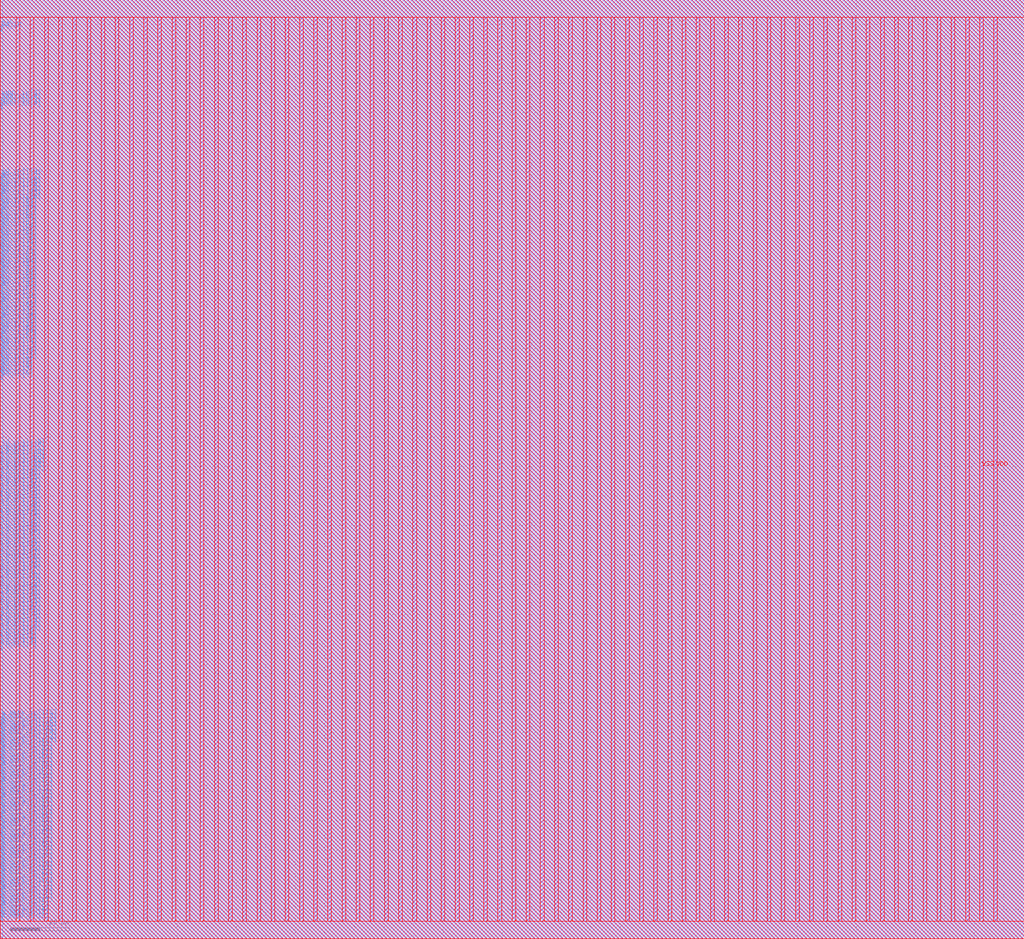
<source format=lef>
VERSION 5.7 ;
BUSBITCHARS "[]" ;
MACRO fakeram130_128x116
  FOREIGN fakeram130_128x116 0 0 ;
  SYMMETRY X Y R90 ;
  SIZE 346.840 BY 318.240 ;
  CLASS BLOCK ;
  PIN w_mask_in[0]
    DIRECTION INPUT ;
    USE SIGNAL ;
    SHAPE ABUTMENT ;
    PORT
      LAYER met3 ;
      RECT 0.000 5.850 0.800 6.150 ;
    END
  END w_mask_in[0]
  PIN w_mask_in[1]
    DIRECTION INPUT ;
    USE SIGNAL ;
    SHAPE ABUTMENT ;
    PORT
      LAYER met3 ;
      RECT 0.000 6.450 0.800 6.750 ;
    END
  END w_mask_in[1]
  PIN w_mask_in[2]
    DIRECTION INPUT ;
    USE SIGNAL ;
    SHAPE ABUTMENT ;
    PORT
      LAYER met3 ;
      RECT 0.000 7.050 0.800 7.350 ;
    END
  END w_mask_in[2]
  PIN w_mask_in[3]
    DIRECTION INPUT ;
    USE SIGNAL ;
    SHAPE ABUTMENT ;
    PORT
      LAYER met3 ;
      RECT 0.000 7.650 0.800 7.950 ;
    END
  END w_mask_in[3]
  PIN w_mask_in[4]
    DIRECTION INPUT ;
    USE SIGNAL ;
    SHAPE ABUTMENT ;
    PORT
      LAYER met3 ;
      RECT 0.000 8.250 0.800 8.550 ;
    END
  END w_mask_in[4]
  PIN w_mask_in[5]
    DIRECTION INPUT ;
    USE SIGNAL ;
    SHAPE ABUTMENT ;
    PORT
      LAYER met3 ;
      RECT 0.000 8.850 0.800 9.150 ;
    END
  END w_mask_in[5]
  PIN w_mask_in[6]
    DIRECTION INPUT ;
    USE SIGNAL ;
    SHAPE ABUTMENT ;
    PORT
      LAYER met3 ;
      RECT 0.000 9.450 0.800 9.750 ;
    END
  END w_mask_in[6]
  PIN w_mask_in[7]
    DIRECTION INPUT ;
    USE SIGNAL ;
    SHAPE ABUTMENT ;
    PORT
      LAYER met3 ;
      RECT 0.000 10.050 0.800 10.350 ;
    END
  END w_mask_in[7]
  PIN w_mask_in[8]
    DIRECTION INPUT ;
    USE SIGNAL ;
    SHAPE ABUTMENT ;
    PORT
      LAYER met3 ;
      RECT 0.000 10.650 0.800 10.950 ;
    END
  END w_mask_in[8]
  PIN w_mask_in[9]
    DIRECTION INPUT ;
    USE SIGNAL ;
    SHAPE ABUTMENT ;
    PORT
      LAYER met3 ;
      RECT 0.000 11.250 0.800 11.550 ;
    END
  END w_mask_in[9]
  PIN w_mask_in[10]
    DIRECTION INPUT ;
    USE SIGNAL ;
    SHAPE ABUTMENT ;
    PORT
      LAYER met3 ;
      RECT 0.000 11.850 0.800 12.150 ;
    END
  END w_mask_in[10]
  PIN w_mask_in[11]
    DIRECTION INPUT ;
    USE SIGNAL ;
    SHAPE ABUTMENT ;
    PORT
      LAYER met3 ;
      RECT 0.000 12.450 0.800 12.750 ;
    END
  END w_mask_in[11]
  PIN w_mask_in[12]
    DIRECTION INPUT ;
    USE SIGNAL ;
    SHAPE ABUTMENT ;
    PORT
      LAYER met3 ;
      RECT 0.000 13.050 0.800 13.350 ;
    END
  END w_mask_in[12]
  PIN w_mask_in[13]
    DIRECTION INPUT ;
    USE SIGNAL ;
    SHAPE ABUTMENT ;
    PORT
      LAYER met3 ;
      RECT 0.000 13.650 0.800 13.950 ;
    END
  END w_mask_in[13]
  PIN w_mask_in[14]
    DIRECTION INPUT ;
    USE SIGNAL ;
    SHAPE ABUTMENT ;
    PORT
      LAYER met3 ;
      RECT 0.000 14.250 0.800 14.550 ;
    END
  END w_mask_in[14]
  PIN w_mask_in[15]
    DIRECTION INPUT ;
    USE SIGNAL ;
    SHAPE ABUTMENT ;
    PORT
      LAYER met3 ;
      RECT 0.000 14.850 0.800 15.150 ;
    END
  END w_mask_in[15]
  PIN w_mask_in[16]
    DIRECTION INPUT ;
    USE SIGNAL ;
    SHAPE ABUTMENT ;
    PORT
      LAYER met3 ;
      RECT 0.000 15.450 0.800 15.750 ;
    END
  END w_mask_in[16]
  PIN w_mask_in[17]
    DIRECTION INPUT ;
    USE SIGNAL ;
    SHAPE ABUTMENT ;
    PORT
      LAYER met3 ;
      RECT 0.000 16.050 0.800 16.350 ;
    END
  END w_mask_in[17]
  PIN w_mask_in[18]
    DIRECTION INPUT ;
    USE SIGNAL ;
    SHAPE ABUTMENT ;
    PORT
      LAYER met3 ;
      RECT 0.000 16.650 0.800 16.950 ;
    END
  END w_mask_in[18]
  PIN w_mask_in[19]
    DIRECTION INPUT ;
    USE SIGNAL ;
    SHAPE ABUTMENT ;
    PORT
      LAYER met3 ;
      RECT 0.000 17.250 0.800 17.550 ;
    END
  END w_mask_in[19]
  PIN w_mask_in[20]
    DIRECTION INPUT ;
    USE SIGNAL ;
    SHAPE ABUTMENT ;
    PORT
      LAYER met3 ;
      RECT 0.000 17.850 0.800 18.150 ;
    END
  END w_mask_in[20]
  PIN w_mask_in[21]
    DIRECTION INPUT ;
    USE SIGNAL ;
    SHAPE ABUTMENT ;
    PORT
      LAYER met3 ;
      RECT 0.000 18.450 0.800 18.750 ;
    END
  END w_mask_in[21]
  PIN w_mask_in[22]
    DIRECTION INPUT ;
    USE SIGNAL ;
    SHAPE ABUTMENT ;
    PORT
      LAYER met3 ;
      RECT 0.000 19.050 0.800 19.350 ;
    END
  END w_mask_in[22]
  PIN w_mask_in[23]
    DIRECTION INPUT ;
    USE SIGNAL ;
    SHAPE ABUTMENT ;
    PORT
      LAYER met3 ;
      RECT 0.000 19.650 0.800 19.950 ;
    END
  END w_mask_in[23]
  PIN w_mask_in[24]
    DIRECTION INPUT ;
    USE SIGNAL ;
    SHAPE ABUTMENT ;
    PORT
      LAYER met3 ;
      RECT 0.000 20.250 0.800 20.550 ;
    END
  END w_mask_in[24]
  PIN w_mask_in[25]
    DIRECTION INPUT ;
    USE SIGNAL ;
    SHAPE ABUTMENT ;
    PORT
      LAYER met3 ;
      RECT 0.000 20.850 0.800 21.150 ;
    END
  END w_mask_in[25]
  PIN w_mask_in[26]
    DIRECTION INPUT ;
    USE SIGNAL ;
    SHAPE ABUTMENT ;
    PORT
      LAYER met3 ;
      RECT 0.000 21.450 0.800 21.750 ;
    END
  END w_mask_in[26]
  PIN w_mask_in[27]
    DIRECTION INPUT ;
    USE SIGNAL ;
    SHAPE ABUTMENT ;
    PORT
      LAYER met3 ;
      RECT 0.000 22.050 0.800 22.350 ;
    END
  END w_mask_in[27]
  PIN w_mask_in[28]
    DIRECTION INPUT ;
    USE SIGNAL ;
    SHAPE ABUTMENT ;
    PORT
      LAYER met3 ;
      RECT 0.000 22.650 0.800 22.950 ;
    END
  END w_mask_in[28]
  PIN w_mask_in[29]
    DIRECTION INPUT ;
    USE SIGNAL ;
    SHAPE ABUTMENT ;
    PORT
      LAYER met3 ;
      RECT 0.000 23.250 0.800 23.550 ;
    END
  END w_mask_in[29]
  PIN w_mask_in[30]
    DIRECTION INPUT ;
    USE SIGNAL ;
    SHAPE ABUTMENT ;
    PORT
      LAYER met3 ;
      RECT 0.000 23.850 0.800 24.150 ;
    END
  END w_mask_in[30]
  PIN w_mask_in[31]
    DIRECTION INPUT ;
    USE SIGNAL ;
    SHAPE ABUTMENT ;
    PORT
      LAYER met3 ;
      RECT 0.000 24.450 0.800 24.750 ;
    END
  END w_mask_in[31]
  PIN w_mask_in[32]
    DIRECTION INPUT ;
    USE SIGNAL ;
    SHAPE ABUTMENT ;
    PORT
      LAYER met3 ;
      RECT 0.000 25.050 0.800 25.350 ;
    END
  END w_mask_in[32]
  PIN w_mask_in[33]
    DIRECTION INPUT ;
    USE SIGNAL ;
    SHAPE ABUTMENT ;
    PORT
      LAYER met3 ;
      RECT 0.000 25.650 0.800 25.950 ;
    END
  END w_mask_in[33]
  PIN w_mask_in[34]
    DIRECTION INPUT ;
    USE SIGNAL ;
    SHAPE ABUTMENT ;
    PORT
      LAYER met3 ;
      RECT 0.000 26.250 0.800 26.550 ;
    END
  END w_mask_in[34]
  PIN w_mask_in[35]
    DIRECTION INPUT ;
    USE SIGNAL ;
    SHAPE ABUTMENT ;
    PORT
      LAYER met3 ;
      RECT 0.000 26.850 0.800 27.150 ;
    END
  END w_mask_in[35]
  PIN w_mask_in[36]
    DIRECTION INPUT ;
    USE SIGNAL ;
    SHAPE ABUTMENT ;
    PORT
      LAYER met3 ;
      RECT 0.000 27.450 0.800 27.750 ;
    END
  END w_mask_in[36]
  PIN w_mask_in[37]
    DIRECTION INPUT ;
    USE SIGNAL ;
    SHAPE ABUTMENT ;
    PORT
      LAYER met3 ;
      RECT 0.000 28.050 0.800 28.350 ;
    END
  END w_mask_in[37]
  PIN w_mask_in[38]
    DIRECTION INPUT ;
    USE SIGNAL ;
    SHAPE ABUTMENT ;
    PORT
      LAYER met3 ;
      RECT 0.000 28.650 0.800 28.950 ;
    END
  END w_mask_in[38]
  PIN w_mask_in[39]
    DIRECTION INPUT ;
    USE SIGNAL ;
    SHAPE ABUTMENT ;
    PORT
      LAYER met3 ;
      RECT 0.000 29.250 0.800 29.550 ;
    END
  END w_mask_in[39]
  PIN w_mask_in[40]
    DIRECTION INPUT ;
    USE SIGNAL ;
    SHAPE ABUTMENT ;
    PORT
      LAYER met3 ;
      RECT 0.000 29.850 0.800 30.150 ;
    END
  END w_mask_in[40]
  PIN w_mask_in[41]
    DIRECTION INPUT ;
    USE SIGNAL ;
    SHAPE ABUTMENT ;
    PORT
      LAYER met3 ;
      RECT 0.000 30.450 0.800 30.750 ;
    END
  END w_mask_in[41]
  PIN w_mask_in[42]
    DIRECTION INPUT ;
    USE SIGNAL ;
    SHAPE ABUTMENT ;
    PORT
      LAYER met3 ;
      RECT 0.000 31.050 0.800 31.350 ;
    END
  END w_mask_in[42]
  PIN w_mask_in[43]
    DIRECTION INPUT ;
    USE SIGNAL ;
    SHAPE ABUTMENT ;
    PORT
      LAYER met3 ;
      RECT 0.000 31.650 0.800 31.950 ;
    END
  END w_mask_in[43]
  PIN w_mask_in[44]
    DIRECTION INPUT ;
    USE SIGNAL ;
    SHAPE ABUTMENT ;
    PORT
      LAYER met3 ;
      RECT 0.000 32.250 0.800 32.550 ;
    END
  END w_mask_in[44]
  PIN w_mask_in[45]
    DIRECTION INPUT ;
    USE SIGNAL ;
    SHAPE ABUTMENT ;
    PORT
      LAYER met3 ;
      RECT 0.000 32.850 0.800 33.150 ;
    END
  END w_mask_in[45]
  PIN w_mask_in[46]
    DIRECTION INPUT ;
    USE SIGNAL ;
    SHAPE ABUTMENT ;
    PORT
      LAYER met3 ;
      RECT 0.000 33.450 0.800 33.750 ;
    END
  END w_mask_in[46]
  PIN w_mask_in[47]
    DIRECTION INPUT ;
    USE SIGNAL ;
    SHAPE ABUTMENT ;
    PORT
      LAYER met3 ;
      RECT 0.000 34.050 0.800 34.350 ;
    END
  END w_mask_in[47]
  PIN w_mask_in[48]
    DIRECTION INPUT ;
    USE SIGNAL ;
    SHAPE ABUTMENT ;
    PORT
      LAYER met3 ;
      RECT 0.000 34.650 0.800 34.950 ;
    END
  END w_mask_in[48]
  PIN w_mask_in[49]
    DIRECTION INPUT ;
    USE SIGNAL ;
    SHAPE ABUTMENT ;
    PORT
      LAYER met3 ;
      RECT 0.000 35.250 0.800 35.550 ;
    END
  END w_mask_in[49]
  PIN w_mask_in[50]
    DIRECTION INPUT ;
    USE SIGNAL ;
    SHAPE ABUTMENT ;
    PORT
      LAYER met3 ;
      RECT 0.000 35.850 0.800 36.150 ;
    END
  END w_mask_in[50]
  PIN w_mask_in[51]
    DIRECTION INPUT ;
    USE SIGNAL ;
    SHAPE ABUTMENT ;
    PORT
      LAYER met3 ;
      RECT 0.000 36.450 0.800 36.750 ;
    END
  END w_mask_in[51]
  PIN w_mask_in[52]
    DIRECTION INPUT ;
    USE SIGNAL ;
    SHAPE ABUTMENT ;
    PORT
      LAYER met3 ;
      RECT 0.000 37.050 0.800 37.350 ;
    END
  END w_mask_in[52]
  PIN w_mask_in[53]
    DIRECTION INPUT ;
    USE SIGNAL ;
    SHAPE ABUTMENT ;
    PORT
      LAYER met3 ;
      RECT 0.000 37.650 0.800 37.950 ;
    END
  END w_mask_in[53]
  PIN w_mask_in[54]
    DIRECTION INPUT ;
    USE SIGNAL ;
    SHAPE ABUTMENT ;
    PORT
      LAYER met3 ;
      RECT 0.000 38.250 0.800 38.550 ;
    END
  END w_mask_in[54]
  PIN w_mask_in[55]
    DIRECTION INPUT ;
    USE SIGNAL ;
    SHAPE ABUTMENT ;
    PORT
      LAYER met3 ;
      RECT 0.000 38.850 0.800 39.150 ;
    END
  END w_mask_in[55]
  PIN w_mask_in[56]
    DIRECTION INPUT ;
    USE SIGNAL ;
    SHAPE ABUTMENT ;
    PORT
      LAYER met3 ;
      RECT 0.000 39.450 0.800 39.750 ;
    END
  END w_mask_in[56]
  PIN w_mask_in[57]
    DIRECTION INPUT ;
    USE SIGNAL ;
    SHAPE ABUTMENT ;
    PORT
      LAYER met3 ;
      RECT 0.000 40.050 0.800 40.350 ;
    END
  END w_mask_in[57]
  PIN w_mask_in[58]
    DIRECTION INPUT ;
    USE SIGNAL ;
    SHAPE ABUTMENT ;
    PORT
      LAYER met3 ;
      RECT 0.000 40.650 0.800 40.950 ;
    END
  END w_mask_in[58]
  PIN w_mask_in[59]
    DIRECTION INPUT ;
    USE SIGNAL ;
    SHAPE ABUTMENT ;
    PORT
      LAYER met3 ;
      RECT 0.000 41.250 0.800 41.550 ;
    END
  END w_mask_in[59]
  PIN w_mask_in[60]
    DIRECTION INPUT ;
    USE SIGNAL ;
    SHAPE ABUTMENT ;
    PORT
      LAYER met3 ;
      RECT 0.000 41.850 0.800 42.150 ;
    END
  END w_mask_in[60]
  PIN w_mask_in[61]
    DIRECTION INPUT ;
    USE SIGNAL ;
    SHAPE ABUTMENT ;
    PORT
      LAYER met3 ;
      RECT 0.000 42.450 0.800 42.750 ;
    END
  END w_mask_in[61]
  PIN w_mask_in[62]
    DIRECTION INPUT ;
    USE SIGNAL ;
    SHAPE ABUTMENT ;
    PORT
      LAYER met3 ;
      RECT 0.000 43.050 0.800 43.350 ;
    END
  END w_mask_in[62]
  PIN w_mask_in[63]
    DIRECTION INPUT ;
    USE SIGNAL ;
    SHAPE ABUTMENT ;
    PORT
      LAYER met3 ;
      RECT 0.000 43.650 0.800 43.950 ;
    END
  END w_mask_in[63]
  PIN w_mask_in[64]
    DIRECTION INPUT ;
    USE SIGNAL ;
    SHAPE ABUTMENT ;
    PORT
      LAYER met3 ;
      RECT 0.000 44.250 0.800 44.550 ;
    END
  END w_mask_in[64]
  PIN w_mask_in[65]
    DIRECTION INPUT ;
    USE SIGNAL ;
    SHAPE ABUTMENT ;
    PORT
      LAYER met3 ;
      RECT 0.000 44.850 0.800 45.150 ;
    END
  END w_mask_in[65]
  PIN w_mask_in[66]
    DIRECTION INPUT ;
    USE SIGNAL ;
    SHAPE ABUTMENT ;
    PORT
      LAYER met3 ;
      RECT 0.000 45.450 0.800 45.750 ;
    END
  END w_mask_in[66]
  PIN w_mask_in[67]
    DIRECTION INPUT ;
    USE SIGNAL ;
    SHAPE ABUTMENT ;
    PORT
      LAYER met3 ;
      RECT 0.000 46.050 0.800 46.350 ;
    END
  END w_mask_in[67]
  PIN w_mask_in[68]
    DIRECTION INPUT ;
    USE SIGNAL ;
    SHAPE ABUTMENT ;
    PORT
      LAYER met3 ;
      RECT 0.000 46.650 0.800 46.950 ;
    END
  END w_mask_in[68]
  PIN w_mask_in[69]
    DIRECTION INPUT ;
    USE SIGNAL ;
    SHAPE ABUTMENT ;
    PORT
      LAYER met3 ;
      RECT 0.000 47.250 0.800 47.550 ;
    END
  END w_mask_in[69]
  PIN w_mask_in[70]
    DIRECTION INPUT ;
    USE SIGNAL ;
    SHAPE ABUTMENT ;
    PORT
      LAYER met3 ;
      RECT 0.000 47.850 0.800 48.150 ;
    END
  END w_mask_in[70]
  PIN w_mask_in[71]
    DIRECTION INPUT ;
    USE SIGNAL ;
    SHAPE ABUTMENT ;
    PORT
      LAYER met3 ;
      RECT 0.000 48.450 0.800 48.750 ;
    END
  END w_mask_in[71]
  PIN w_mask_in[72]
    DIRECTION INPUT ;
    USE SIGNAL ;
    SHAPE ABUTMENT ;
    PORT
      LAYER met3 ;
      RECT 0.000 49.050 0.800 49.350 ;
    END
  END w_mask_in[72]
  PIN w_mask_in[73]
    DIRECTION INPUT ;
    USE SIGNAL ;
    SHAPE ABUTMENT ;
    PORT
      LAYER met3 ;
      RECT 0.000 49.650 0.800 49.950 ;
    END
  END w_mask_in[73]
  PIN w_mask_in[74]
    DIRECTION INPUT ;
    USE SIGNAL ;
    SHAPE ABUTMENT ;
    PORT
      LAYER met3 ;
      RECT 0.000 50.250 0.800 50.550 ;
    END
  END w_mask_in[74]
  PIN w_mask_in[75]
    DIRECTION INPUT ;
    USE SIGNAL ;
    SHAPE ABUTMENT ;
    PORT
      LAYER met3 ;
      RECT 0.000 50.850 0.800 51.150 ;
    END
  END w_mask_in[75]
  PIN w_mask_in[76]
    DIRECTION INPUT ;
    USE SIGNAL ;
    SHAPE ABUTMENT ;
    PORT
      LAYER met3 ;
      RECT 0.000 51.450 0.800 51.750 ;
    END
  END w_mask_in[76]
  PIN w_mask_in[77]
    DIRECTION INPUT ;
    USE SIGNAL ;
    SHAPE ABUTMENT ;
    PORT
      LAYER met3 ;
      RECT 0.000 52.050 0.800 52.350 ;
    END
  END w_mask_in[77]
  PIN w_mask_in[78]
    DIRECTION INPUT ;
    USE SIGNAL ;
    SHAPE ABUTMENT ;
    PORT
      LAYER met3 ;
      RECT 0.000 52.650 0.800 52.950 ;
    END
  END w_mask_in[78]
  PIN w_mask_in[79]
    DIRECTION INPUT ;
    USE SIGNAL ;
    SHAPE ABUTMENT ;
    PORT
      LAYER met3 ;
      RECT 0.000 53.250 0.800 53.550 ;
    END
  END w_mask_in[79]
  PIN w_mask_in[80]
    DIRECTION INPUT ;
    USE SIGNAL ;
    SHAPE ABUTMENT ;
    PORT
      LAYER met3 ;
      RECT 0.000 53.850 0.800 54.150 ;
    END
  END w_mask_in[80]
  PIN w_mask_in[81]
    DIRECTION INPUT ;
    USE SIGNAL ;
    SHAPE ABUTMENT ;
    PORT
      LAYER met3 ;
      RECT 0.000 54.450 0.800 54.750 ;
    END
  END w_mask_in[81]
  PIN w_mask_in[82]
    DIRECTION INPUT ;
    USE SIGNAL ;
    SHAPE ABUTMENT ;
    PORT
      LAYER met3 ;
      RECT 0.000 55.050 0.800 55.350 ;
    END
  END w_mask_in[82]
  PIN w_mask_in[83]
    DIRECTION INPUT ;
    USE SIGNAL ;
    SHAPE ABUTMENT ;
    PORT
      LAYER met3 ;
      RECT 0.000 55.650 0.800 55.950 ;
    END
  END w_mask_in[83]
  PIN w_mask_in[84]
    DIRECTION INPUT ;
    USE SIGNAL ;
    SHAPE ABUTMENT ;
    PORT
      LAYER met3 ;
      RECT 0.000 56.250 0.800 56.550 ;
    END
  END w_mask_in[84]
  PIN w_mask_in[85]
    DIRECTION INPUT ;
    USE SIGNAL ;
    SHAPE ABUTMENT ;
    PORT
      LAYER met3 ;
      RECT 0.000 56.850 0.800 57.150 ;
    END
  END w_mask_in[85]
  PIN w_mask_in[86]
    DIRECTION INPUT ;
    USE SIGNAL ;
    SHAPE ABUTMENT ;
    PORT
      LAYER met3 ;
      RECT 0.000 57.450 0.800 57.750 ;
    END
  END w_mask_in[86]
  PIN w_mask_in[87]
    DIRECTION INPUT ;
    USE SIGNAL ;
    SHAPE ABUTMENT ;
    PORT
      LAYER met3 ;
      RECT 0.000 58.050 0.800 58.350 ;
    END
  END w_mask_in[87]
  PIN w_mask_in[88]
    DIRECTION INPUT ;
    USE SIGNAL ;
    SHAPE ABUTMENT ;
    PORT
      LAYER met3 ;
      RECT 0.000 58.650 0.800 58.950 ;
    END
  END w_mask_in[88]
  PIN w_mask_in[89]
    DIRECTION INPUT ;
    USE SIGNAL ;
    SHAPE ABUTMENT ;
    PORT
      LAYER met3 ;
      RECT 0.000 59.250 0.800 59.550 ;
    END
  END w_mask_in[89]
  PIN w_mask_in[90]
    DIRECTION INPUT ;
    USE SIGNAL ;
    SHAPE ABUTMENT ;
    PORT
      LAYER met3 ;
      RECT 0.000 59.850 0.800 60.150 ;
    END
  END w_mask_in[90]
  PIN w_mask_in[91]
    DIRECTION INPUT ;
    USE SIGNAL ;
    SHAPE ABUTMENT ;
    PORT
      LAYER met3 ;
      RECT 0.000 60.450 0.800 60.750 ;
    END
  END w_mask_in[91]
  PIN w_mask_in[92]
    DIRECTION INPUT ;
    USE SIGNAL ;
    SHAPE ABUTMENT ;
    PORT
      LAYER met3 ;
      RECT 0.000 61.050 0.800 61.350 ;
    END
  END w_mask_in[92]
  PIN w_mask_in[93]
    DIRECTION INPUT ;
    USE SIGNAL ;
    SHAPE ABUTMENT ;
    PORT
      LAYER met3 ;
      RECT 0.000 61.650 0.800 61.950 ;
    END
  END w_mask_in[93]
  PIN w_mask_in[94]
    DIRECTION INPUT ;
    USE SIGNAL ;
    SHAPE ABUTMENT ;
    PORT
      LAYER met3 ;
      RECT 0.000 62.250 0.800 62.550 ;
    END
  END w_mask_in[94]
  PIN w_mask_in[95]
    DIRECTION INPUT ;
    USE SIGNAL ;
    SHAPE ABUTMENT ;
    PORT
      LAYER met3 ;
      RECT 0.000 62.850 0.800 63.150 ;
    END
  END w_mask_in[95]
  PIN w_mask_in[96]
    DIRECTION INPUT ;
    USE SIGNAL ;
    SHAPE ABUTMENT ;
    PORT
      LAYER met3 ;
      RECT 0.000 63.450 0.800 63.750 ;
    END
  END w_mask_in[96]
  PIN w_mask_in[97]
    DIRECTION INPUT ;
    USE SIGNAL ;
    SHAPE ABUTMENT ;
    PORT
      LAYER met3 ;
      RECT 0.000 64.050 0.800 64.350 ;
    END
  END w_mask_in[97]
  PIN w_mask_in[98]
    DIRECTION INPUT ;
    USE SIGNAL ;
    SHAPE ABUTMENT ;
    PORT
      LAYER met3 ;
      RECT 0.000 64.650 0.800 64.950 ;
    END
  END w_mask_in[98]
  PIN w_mask_in[99]
    DIRECTION INPUT ;
    USE SIGNAL ;
    SHAPE ABUTMENT ;
    PORT
      LAYER met3 ;
      RECT 0.000 65.250 0.800 65.550 ;
    END
  END w_mask_in[99]
  PIN w_mask_in[100]
    DIRECTION INPUT ;
    USE SIGNAL ;
    SHAPE ABUTMENT ;
    PORT
      LAYER met3 ;
      RECT 0.000 65.850 0.800 66.150 ;
    END
  END w_mask_in[100]
  PIN w_mask_in[101]
    DIRECTION INPUT ;
    USE SIGNAL ;
    SHAPE ABUTMENT ;
    PORT
      LAYER met3 ;
      RECT 0.000 66.450 0.800 66.750 ;
    END
  END w_mask_in[101]
  PIN w_mask_in[102]
    DIRECTION INPUT ;
    USE SIGNAL ;
    SHAPE ABUTMENT ;
    PORT
      LAYER met3 ;
      RECT 0.000 67.050 0.800 67.350 ;
    END
  END w_mask_in[102]
  PIN w_mask_in[103]
    DIRECTION INPUT ;
    USE SIGNAL ;
    SHAPE ABUTMENT ;
    PORT
      LAYER met3 ;
      RECT 0.000 67.650 0.800 67.950 ;
    END
  END w_mask_in[103]
  PIN w_mask_in[104]
    DIRECTION INPUT ;
    USE SIGNAL ;
    SHAPE ABUTMENT ;
    PORT
      LAYER met3 ;
      RECT 0.000 68.250 0.800 68.550 ;
    END
  END w_mask_in[104]
  PIN w_mask_in[105]
    DIRECTION INPUT ;
    USE SIGNAL ;
    SHAPE ABUTMENT ;
    PORT
      LAYER met3 ;
      RECT 0.000 68.850 0.800 69.150 ;
    END
  END w_mask_in[105]
  PIN w_mask_in[106]
    DIRECTION INPUT ;
    USE SIGNAL ;
    SHAPE ABUTMENT ;
    PORT
      LAYER met3 ;
      RECT 0.000 69.450 0.800 69.750 ;
    END
  END w_mask_in[106]
  PIN w_mask_in[107]
    DIRECTION INPUT ;
    USE SIGNAL ;
    SHAPE ABUTMENT ;
    PORT
      LAYER met3 ;
      RECT 0.000 70.050 0.800 70.350 ;
    END
  END w_mask_in[107]
  PIN w_mask_in[108]
    DIRECTION INPUT ;
    USE SIGNAL ;
    SHAPE ABUTMENT ;
    PORT
      LAYER met3 ;
      RECT 0.000 70.650 0.800 70.950 ;
    END
  END w_mask_in[108]
  PIN w_mask_in[109]
    DIRECTION INPUT ;
    USE SIGNAL ;
    SHAPE ABUTMENT ;
    PORT
      LAYER met3 ;
      RECT 0.000 71.250 0.800 71.550 ;
    END
  END w_mask_in[109]
  PIN w_mask_in[110]
    DIRECTION INPUT ;
    USE SIGNAL ;
    SHAPE ABUTMENT ;
    PORT
      LAYER met3 ;
      RECT 0.000 71.850 0.800 72.150 ;
    END
  END w_mask_in[110]
  PIN w_mask_in[111]
    DIRECTION INPUT ;
    USE SIGNAL ;
    SHAPE ABUTMENT ;
    PORT
      LAYER met3 ;
      RECT 0.000 72.450 0.800 72.750 ;
    END
  END w_mask_in[111]
  PIN w_mask_in[112]
    DIRECTION INPUT ;
    USE SIGNAL ;
    SHAPE ABUTMENT ;
    PORT
      LAYER met3 ;
      RECT 0.000 73.050 0.800 73.350 ;
    END
  END w_mask_in[112]
  PIN w_mask_in[113]
    DIRECTION INPUT ;
    USE SIGNAL ;
    SHAPE ABUTMENT ;
    PORT
      LAYER met3 ;
      RECT 0.000 73.650 0.800 73.950 ;
    END
  END w_mask_in[113]
  PIN w_mask_in[114]
    DIRECTION INPUT ;
    USE SIGNAL ;
    SHAPE ABUTMENT ;
    PORT
      LAYER met3 ;
      RECT 0.000 74.250 0.800 74.550 ;
    END
  END w_mask_in[114]
  PIN w_mask_in[115]
    DIRECTION INPUT ;
    USE SIGNAL ;
    SHAPE ABUTMENT ;
    PORT
      LAYER met3 ;
      RECT 0.000 74.850 0.800 75.150 ;
    END
  END w_mask_in[115]
  PIN rd_out[0]
    DIRECTION OUTPUT ;
    USE SIGNAL ;
    SHAPE ABUTMENT ;
    PORT
      LAYER met3 ;
      RECT 0.000 97.650 0.800 97.950 ;
    END
  END rd_out[0]
  PIN rd_out[1]
    DIRECTION OUTPUT ;
    USE SIGNAL ;
    SHAPE ABUTMENT ;
    PORT
      LAYER met3 ;
      RECT 0.000 98.250 0.800 98.550 ;
    END
  END rd_out[1]
  PIN rd_out[2]
    DIRECTION OUTPUT ;
    USE SIGNAL ;
    SHAPE ABUTMENT ;
    PORT
      LAYER met3 ;
      RECT 0.000 98.850 0.800 99.150 ;
    END
  END rd_out[2]
  PIN rd_out[3]
    DIRECTION OUTPUT ;
    USE SIGNAL ;
    SHAPE ABUTMENT ;
    PORT
      LAYER met3 ;
      RECT 0.000 99.450 0.800 99.750 ;
    END
  END rd_out[3]
  PIN rd_out[4]
    DIRECTION OUTPUT ;
    USE SIGNAL ;
    SHAPE ABUTMENT ;
    PORT
      LAYER met3 ;
      RECT 0.000 100.050 0.800 100.350 ;
    END
  END rd_out[4]
  PIN rd_out[5]
    DIRECTION OUTPUT ;
    USE SIGNAL ;
    SHAPE ABUTMENT ;
    PORT
      LAYER met3 ;
      RECT 0.000 100.650 0.800 100.950 ;
    END
  END rd_out[5]
  PIN rd_out[6]
    DIRECTION OUTPUT ;
    USE SIGNAL ;
    SHAPE ABUTMENT ;
    PORT
      LAYER met3 ;
      RECT 0.000 101.250 0.800 101.550 ;
    END
  END rd_out[6]
  PIN rd_out[7]
    DIRECTION OUTPUT ;
    USE SIGNAL ;
    SHAPE ABUTMENT ;
    PORT
      LAYER met3 ;
      RECT 0.000 101.850 0.800 102.150 ;
    END
  END rd_out[7]
  PIN rd_out[8]
    DIRECTION OUTPUT ;
    USE SIGNAL ;
    SHAPE ABUTMENT ;
    PORT
      LAYER met3 ;
      RECT 0.000 102.450 0.800 102.750 ;
    END
  END rd_out[8]
  PIN rd_out[9]
    DIRECTION OUTPUT ;
    USE SIGNAL ;
    SHAPE ABUTMENT ;
    PORT
      LAYER met3 ;
      RECT 0.000 103.050 0.800 103.350 ;
    END
  END rd_out[9]
  PIN rd_out[10]
    DIRECTION OUTPUT ;
    USE SIGNAL ;
    SHAPE ABUTMENT ;
    PORT
      LAYER met3 ;
      RECT 0.000 103.650 0.800 103.950 ;
    END
  END rd_out[10]
  PIN rd_out[11]
    DIRECTION OUTPUT ;
    USE SIGNAL ;
    SHAPE ABUTMENT ;
    PORT
      LAYER met3 ;
      RECT 0.000 104.250 0.800 104.550 ;
    END
  END rd_out[11]
  PIN rd_out[12]
    DIRECTION OUTPUT ;
    USE SIGNAL ;
    SHAPE ABUTMENT ;
    PORT
      LAYER met3 ;
      RECT 0.000 104.850 0.800 105.150 ;
    END
  END rd_out[12]
  PIN rd_out[13]
    DIRECTION OUTPUT ;
    USE SIGNAL ;
    SHAPE ABUTMENT ;
    PORT
      LAYER met3 ;
      RECT 0.000 105.450 0.800 105.750 ;
    END
  END rd_out[13]
  PIN rd_out[14]
    DIRECTION OUTPUT ;
    USE SIGNAL ;
    SHAPE ABUTMENT ;
    PORT
      LAYER met3 ;
      RECT 0.000 106.050 0.800 106.350 ;
    END
  END rd_out[14]
  PIN rd_out[15]
    DIRECTION OUTPUT ;
    USE SIGNAL ;
    SHAPE ABUTMENT ;
    PORT
      LAYER met3 ;
      RECT 0.000 106.650 0.800 106.950 ;
    END
  END rd_out[15]
  PIN rd_out[16]
    DIRECTION OUTPUT ;
    USE SIGNAL ;
    SHAPE ABUTMENT ;
    PORT
      LAYER met3 ;
      RECT 0.000 107.250 0.800 107.550 ;
    END
  END rd_out[16]
  PIN rd_out[17]
    DIRECTION OUTPUT ;
    USE SIGNAL ;
    SHAPE ABUTMENT ;
    PORT
      LAYER met3 ;
      RECT 0.000 107.850 0.800 108.150 ;
    END
  END rd_out[17]
  PIN rd_out[18]
    DIRECTION OUTPUT ;
    USE SIGNAL ;
    SHAPE ABUTMENT ;
    PORT
      LAYER met3 ;
      RECT 0.000 108.450 0.800 108.750 ;
    END
  END rd_out[18]
  PIN rd_out[19]
    DIRECTION OUTPUT ;
    USE SIGNAL ;
    SHAPE ABUTMENT ;
    PORT
      LAYER met3 ;
      RECT 0.000 109.050 0.800 109.350 ;
    END
  END rd_out[19]
  PIN rd_out[20]
    DIRECTION OUTPUT ;
    USE SIGNAL ;
    SHAPE ABUTMENT ;
    PORT
      LAYER met3 ;
      RECT 0.000 109.650 0.800 109.950 ;
    END
  END rd_out[20]
  PIN rd_out[21]
    DIRECTION OUTPUT ;
    USE SIGNAL ;
    SHAPE ABUTMENT ;
    PORT
      LAYER met3 ;
      RECT 0.000 110.250 0.800 110.550 ;
    END
  END rd_out[21]
  PIN rd_out[22]
    DIRECTION OUTPUT ;
    USE SIGNAL ;
    SHAPE ABUTMENT ;
    PORT
      LAYER met3 ;
      RECT 0.000 110.850 0.800 111.150 ;
    END
  END rd_out[22]
  PIN rd_out[23]
    DIRECTION OUTPUT ;
    USE SIGNAL ;
    SHAPE ABUTMENT ;
    PORT
      LAYER met3 ;
      RECT 0.000 111.450 0.800 111.750 ;
    END
  END rd_out[23]
  PIN rd_out[24]
    DIRECTION OUTPUT ;
    USE SIGNAL ;
    SHAPE ABUTMENT ;
    PORT
      LAYER met3 ;
      RECT 0.000 112.050 0.800 112.350 ;
    END
  END rd_out[24]
  PIN rd_out[25]
    DIRECTION OUTPUT ;
    USE SIGNAL ;
    SHAPE ABUTMENT ;
    PORT
      LAYER met3 ;
      RECT 0.000 112.650 0.800 112.950 ;
    END
  END rd_out[25]
  PIN rd_out[26]
    DIRECTION OUTPUT ;
    USE SIGNAL ;
    SHAPE ABUTMENT ;
    PORT
      LAYER met3 ;
      RECT 0.000 113.250 0.800 113.550 ;
    END
  END rd_out[26]
  PIN rd_out[27]
    DIRECTION OUTPUT ;
    USE SIGNAL ;
    SHAPE ABUTMENT ;
    PORT
      LAYER met3 ;
      RECT 0.000 113.850 0.800 114.150 ;
    END
  END rd_out[27]
  PIN rd_out[28]
    DIRECTION OUTPUT ;
    USE SIGNAL ;
    SHAPE ABUTMENT ;
    PORT
      LAYER met3 ;
      RECT 0.000 114.450 0.800 114.750 ;
    END
  END rd_out[28]
  PIN rd_out[29]
    DIRECTION OUTPUT ;
    USE SIGNAL ;
    SHAPE ABUTMENT ;
    PORT
      LAYER met3 ;
      RECT 0.000 115.050 0.800 115.350 ;
    END
  END rd_out[29]
  PIN rd_out[30]
    DIRECTION OUTPUT ;
    USE SIGNAL ;
    SHAPE ABUTMENT ;
    PORT
      LAYER met3 ;
      RECT 0.000 115.650 0.800 115.950 ;
    END
  END rd_out[30]
  PIN rd_out[31]
    DIRECTION OUTPUT ;
    USE SIGNAL ;
    SHAPE ABUTMENT ;
    PORT
      LAYER met3 ;
      RECT 0.000 116.250 0.800 116.550 ;
    END
  END rd_out[31]
  PIN rd_out[32]
    DIRECTION OUTPUT ;
    USE SIGNAL ;
    SHAPE ABUTMENT ;
    PORT
      LAYER met3 ;
      RECT 0.000 116.850 0.800 117.150 ;
    END
  END rd_out[32]
  PIN rd_out[33]
    DIRECTION OUTPUT ;
    USE SIGNAL ;
    SHAPE ABUTMENT ;
    PORT
      LAYER met3 ;
      RECT 0.000 117.450 0.800 117.750 ;
    END
  END rd_out[33]
  PIN rd_out[34]
    DIRECTION OUTPUT ;
    USE SIGNAL ;
    SHAPE ABUTMENT ;
    PORT
      LAYER met3 ;
      RECT 0.000 118.050 0.800 118.350 ;
    END
  END rd_out[34]
  PIN rd_out[35]
    DIRECTION OUTPUT ;
    USE SIGNAL ;
    SHAPE ABUTMENT ;
    PORT
      LAYER met3 ;
      RECT 0.000 118.650 0.800 118.950 ;
    END
  END rd_out[35]
  PIN rd_out[36]
    DIRECTION OUTPUT ;
    USE SIGNAL ;
    SHAPE ABUTMENT ;
    PORT
      LAYER met3 ;
      RECT 0.000 119.250 0.800 119.550 ;
    END
  END rd_out[36]
  PIN rd_out[37]
    DIRECTION OUTPUT ;
    USE SIGNAL ;
    SHAPE ABUTMENT ;
    PORT
      LAYER met3 ;
      RECT 0.000 119.850 0.800 120.150 ;
    END
  END rd_out[37]
  PIN rd_out[38]
    DIRECTION OUTPUT ;
    USE SIGNAL ;
    SHAPE ABUTMENT ;
    PORT
      LAYER met3 ;
      RECT 0.000 120.450 0.800 120.750 ;
    END
  END rd_out[38]
  PIN rd_out[39]
    DIRECTION OUTPUT ;
    USE SIGNAL ;
    SHAPE ABUTMENT ;
    PORT
      LAYER met3 ;
      RECT 0.000 121.050 0.800 121.350 ;
    END
  END rd_out[39]
  PIN rd_out[40]
    DIRECTION OUTPUT ;
    USE SIGNAL ;
    SHAPE ABUTMENT ;
    PORT
      LAYER met3 ;
      RECT 0.000 121.650 0.800 121.950 ;
    END
  END rd_out[40]
  PIN rd_out[41]
    DIRECTION OUTPUT ;
    USE SIGNAL ;
    SHAPE ABUTMENT ;
    PORT
      LAYER met3 ;
      RECT 0.000 122.250 0.800 122.550 ;
    END
  END rd_out[41]
  PIN rd_out[42]
    DIRECTION OUTPUT ;
    USE SIGNAL ;
    SHAPE ABUTMENT ;
    PORT
      LAYER met3 ;
      RECT 0.000 122.850 0.800 123.150 ;
    END
  END rd_out[42]
  PIN rd_out[43]
    DIRECTION OUTPUT ;
    USE SIGNAL ;
    SHAPE ABUTMENT ;
    PORT
      LAYER met3 ;
      RECT 0.000 123.450 0.800 123.750 ;
    END
  END rd_out[43]
  PIN rd_out[44]
    DIRECTION OUTPUT ;
    USE SIGNAL ;
    SHAPE ABUTMENT ;
    PORT
      LAYER met3 ;
      RECT 0.000 124.050 0.800 124.350 ;
    END
  END rd_out[44]
  PIN rd_out[45]
    DIRECTION OUTPUT ;
    USE SIGNAL ;
    SHAPE ABUTMENT ;
    PORT
      LAYER met3 ;
      RECT 0.000 124.650 0.800 124.950 ;
    END
  END rd_out[45]
  PIN rd_out[46]
    DIRECTION OUTPUT ;
    USE SIGNAL ;
    SHAPE ABUTMENT ;
    PORT
      LAYER met3 ;
      RECT 0.000 125.250 0.800 125.550 ;
    END
  END rd_out[46]
  PIN rd_out[47]
    DIRECTION OUTPUT ;
    USE SIGNAL ;
    SHAPE ABUTMENT ;
    PORT
      LAYER met3 ;
      RECT 0.000 125.850 0.800 126.150 ;
    END
  END rd_out[47]
  PIN rd_out[48]
    DIRECTION OUTPUT ;
    USE SIGNAL ;
    SHAPE ABUTMENT ;
    PORT
      LAYER met3 ;
      RECT 0.000 126.450 0.800 126.750 ;
    END
  END rd_out[48]
  PIN rd_out[49]
    DIRECTION OUTPUT ;
    USE SIGNAL ;
    SHAPE ABUTMENT ;
    PORT
      LAYER met3 ;
      RECT 0.000 127.050 0.800 127.350 ;
    END
  END rd_out[49]
  PIN rd_out[50]
    DIRECTION OUTPUT ;
    USE SIGNAL ;
    SHAPE ABUTMENT ;
    PORT
      LAYER met3 ;
      RECT 0.000 127.650 0.800 127.950 ;
    END
  END rd_out[50]
  PIN rd_out[51]
    DIRECTION OUTPUT ;
    USE SIGNAL ;
    SHAPE ABUTMENT ;
    PORT
      LAYER met3 ;
      RECT 0.000 128.250 0.800 128.550 ;
    END
  END rd_out[51]
  PIN rd_out[52]
    DIRECTION OUTPUT ;
    USE SIGNAL ;
    SHAPE ABUTMENT ;
    PORT
      LAYER met3 ;
      RECT 0.000 128.850 0.800 129.150 ;
    END
  END rd_out[52]
  PIN rd_out[53]
    DIRECTION OUTPUT ;
    USE SIGNAL ;
    SHAPE ABUTMENT ;
    PORT
      LAYER met3 ;
      RECT 0.000 129.450 0.800 129.750 ;
    END
  END rd_out[53]
  PIN rd_out[54]
    DIRECTION OUTPUT ;
    USE SIGNAL ;
    SHAPE ABUTMENT ;
    PORT
      LAYER met3 ;
      RECT 0.000 130.050 0.800 130.350 ;
    END
  END rd_out[54]
  PIN rd_out[55]
    DIRECTION OUTPUT ;
    USE SIGNAL ;
    SHAPE ABUTMENT ;
    PORT
      LAYER met3 ;
      RECT 0.000 130.650 0.800 130.950 ;
    END
  END rd_out[55]
  PIN rd_out[56]
    DIRECTION OUTPUT ;
    USE SIGNAL ;
    SHAPE ABUTMENT ;
    PORT
      LAYER met3 ;
      RECT 0.000 131.250 0.800 131.550 ;
    END
  END rd_out[56]
  PIN rd_out[57]
    DIRECTION OUTPUT ;
    USE SIGNAL ;
    SHAPE ABUTMENT ;
    PORT
      LAYER met3 ;
      RECT 0.000 131.850 0.800 132.150 ;
    END
  END rd_out[57]
  PIN rd_out[58]
    DIRECTION OUTPUT ;
    USE SIGNAL ;
    SHAPE ABUTMENT ;
    PORT
      LAYER met3 ;
      RECT 0.000 132.450 0.800 132.750 ;
    END
  END rd_out[58]
  PIN rd_out[59]
    DIRECTION OUTPUT ;
    USE SIGNAL ;
    SHAPE ABUTMENT ;
    PORT
      LAYER met3 ;
      RECT 0.000 133.050 0.800 133.350 ;
    END
  END rd_out[59]
  PIN rd_out[60]
    DIRECTION OUTPUT ;
    USE SIGNAL ;
    SHAPE ABUTMENT ;
    PORT
      LAYER met3 ;
      RECT 0.000 133.650 0.800 133.950 ;
    END
  END rd_out[60]
  PIN rd_out[61]
    DIRECTION OUTPUT ;
    USE SIGNAL ;
    SHAPE ABUTMENT ;
    PORT
      LAYER met3 ;
      RECT 0.000 134.250 0.800 134.550 ;
    END
  END rd_out[61]
  PIN rd_out[62]
    DIRECTION OUTPUT ;
    USE SIGNAL ;
    SHAPE ABUTMENT ;
    PORT
      LAYER met3 ;
      RECT 0.000 134.850 0.800 135.150 ;
    END
  END rd_out[62]
  PIN rd_out[63]
    DIRECTION OUTPUT ;
    USE SIGNAL ;
    SHAPE ABUTMENT ;
    PORT
      LAYER met3 ;
      RECT 0.000 135.450 0.800 135.750 ;
    END
  END rd_out[63]
  PIN rd_out[64]
    DIRECTION OUTPUT ;
    USE SIGNAL ;
    SHAPE ABUTMENT ;
    PORT
      LAYER met3 ;
      RECT 0.000 136.050 0.800 136.350 ;
    END
  END rd_out[64]
  PIN rd_out[65]
    DIRECTION OUTPUT ;
    USE SIGNAL ;
    SHAPE ABUTMENT ;
    PORT
      LAYER met3 ;
      RECT 0.000 136.650 0.800 136.950 ;
    END
  END rd_out[65]
  PIN rd_out[66]
    DIRECTION OUTPUT ;
    USE SIGNAL ;
    SHAPE ABUTMENT ;
    PORT
      LAYER met3 ;
      RECT 0.000 137.250 0.800 137.550 ;
    END
  END rd_out[66]
  PIN rd_out[67]
    DIRECTION OUTPUT ;
    USE SIGNAL ;
    SHAPE ABUTMENT ;
    PORT
      LAYER met3 ;
      RECT 0.000 137.850 0.800 138.150 ;
    END
  END rd_out[67]
  PIN rd_out[68]
    DIRECTION OUTPUT ;
    USE SIGNAL ;
    SHAPE ABUTMENT ;
    PORT
      LAYER met3 ;
      RECT 0.000 138.450 0.800 138.750 ;
    END
  END rd_out[68]
  PIN rd_out[69]
    DIRECTION OUTPUT ;
    USE SIGNAL ;
    SHAPE ABUTMENT ;
    PORT
      LAYER met3 ;
      RECT 0.000 139.050 0.800 139.350 ;
    END
  END rd_out[69]
  PIN rd_out[70]
    DIRECTION OUTPUT ;
    USE SIGNAL ;
    SHAPE ABUTMENT ;
    PORT
      LAYER met3 ;
      RECT 0.000 139.650 0.800 139.950 ;
    END
  END rd_out[70]
  PIN rd_out[71]
    DIRECTION OUTPUT ;
    USE SIGNAL ;
    SHAPE ABUTMENT ;
    PORT
      LAYER met3 ;
      RECT 0.000 140.250 0.800 140.550 ;
    END
  END rd_out[71]
  PIN rd_out[72]
    DIRECTION OUTPUT ;
    USE SIGNAL ;
    SHAPE ABUTMENT ;
    PORT
      LAYER met3 ;
      RECT 0.000 140.850 0.800 141.150 ;
    END
  END rd_out[72]
  PIN rd_out[73]
    DIRECTION OUTPUT ;
    USE SIGNAL ;
    SHAPE ABUTMENT ;
    PORT
      LAYER met3 ;
      RECT 0.000 141.450 0.800 141.750 ;
    END
  END rd_out[73]
  PIN rd_out[74]
    DIRECTION OUTPUT ;
    USE SIGNAL ;
    SHAPE ABUTMENT ;
    PORT
      LAYER met3 ;
      RECT 0.000 142.050 0.800 142.350 ;
    END
  END rd_out[74]
  PIN rd_out[75]
    DIRECTION OUTPUT ;
    USE SIGNAL ;
    SHAPE ABUTMENT ;
    PORT
      LAYER met3 ;
      RECT 0.000 142.650 0.800 142.950 ;
    END
  END rd_out[75]
  PIN rd_out[76]
    DIRECTION OUTPUT ;
    USE SIGNAL ;
    SHAPE ABUTMENT ;
    PORT
      LAYER met3 ;
      RECT 0.000 143.250 0.800 143.550 ;
    END
  END rd_out[76]
  PIN rd_out[77]
    DIRECTION OUTPUT ;
    USE SIGNAL ;
    SHAPE ABUTMENT ;
    PORT
      LAYER met3 ;
      RECT 0.000 143.850 0.800 144.150 ;
    END
  END rd_out[77]
  PIN rd_out[78]
    DIRECTION OUTPUT ;
    USE SIGNAL ;
    SHAPE ABUTMENT ;
    PORT
      LAYER met3 ;
      RECT 0.000 144.450 0.800 144.750 ;
    END
  END rd_out[78]
  PIN rd_out[79]
    DIRECTION OUTPUT ;
    USE SIGNAL ;
    SHAPE ABUTMENT ;
    PORT
      LAYER met3 ;
      RECT 0.000 145.050 0.800 145.350 ;
    END
  END rd_out[79]
  PIN rd_out[80]
    DIRECTION OUTPUT ;
    USE SIGNAL ;
    SHAPE ABUTMENT ;
    PORT
      LAYER met3 ;
      RECT 0.000 145.650 0.800 145.950 ;
    END
  END rd_out[80]
  PIN rd_out[81]
    DIRECTION OUTPUT ;
    USE SIGNAL ;
    SHAPE ABUTMENT ;
    PORT
      LAYER met3 ;
      RECT 0.000 146.250 0.800 146.550 ;
    END
  END rd_out[81]
  PIN rd_out[82]
    DIRECTION OUTPUT ;
    USE SIGNAL ;
    SHAPE ABUTMENT ;
    PORT
      LAYER met3 ;
      RECT 0.000 146.850 0.800 147.150 ;
    END
  END rd_out[82]
  PIN rd_out[83]
    DIRECTION OUTPUT ;
    USE SIGNAL ;
    SHAPE ABUTMENT ;
    PORT
      LAYER met3 ;
      RECT 0.000 147.450 0.800 147.750 ;
    END
  END rd_out[83]
  PIN rd_out[84]
    DIRECTION OUTPUT ;
    USE SIGNAL ;
    SHAPE ABUTMENT ;
    PORT
      LAYER met3 ;
      RECT 0.000 148.050 0.800 148.350 ;
    END
  END rd_out[84]
  PIN rd_out[85]
    DIRECTION OUTPUT ;
    USE SIGNAL ;
    SHAPE ABUTMENT ;
    PORT
      LAYER met3 ;
      RECT 0.000 148.650 0.800 148.950 ;
    END
  END rd_out[85]
  PIN rd_out[86]
    DIRECTION OUTPUT ;
    USE SIGNAL ;
    SHAPE ABUTMENT ;
    PORT
      LAYER met3 ;
      RECT 0.000 149.250 0.800 149.550 ;
    END
  END rd_out[86]
  PIN rd_out[87]
    DIRECTION OUTPUT ;
    USE SIGNAL ;
    SHAPE ABUTMENT ;
    PORT
      LAYER met3 ;
      RECT 0.000 149.850 0.800 150.150 ;
    END
  END rd_out[87]
  PIN rd_out[88]
    DIRECTION OUTPUT ;
    USE SIGNAL ;
    SHAPE ABUTMENT ;
    PORT
      LAYER met3 ;
      RECT 0.000 150.450 0.800 150.750 ;
    END
  END rd_out[88]
  PIN rd_out[89]
    DIRECTION OUTPUT ;
    USE SIGNAL ;
    SHAPE ABUTMENT ;
    PORT
      LAYER met3 ;
      RECT 0.000 151.050 0.800 151.350 ;
    END
  END rd_out[89]
  PIN rd_out[90]
    DIRECTION OUTPUT ;
    USE SIGNAL ;
    SHAPE ABUTMENT ;
    PORT
      LAYER met3 ;
      RECT 0.000 151.650 0.800 151.950 ;
    END
  END rd_out[90]
  PIN rd_out[91]
    DIRECTION OUTPUT ;
    USE SIGNAL ;
    SHAPE ABUTMENT ;
    PORT
      LAYER met3 ;
      RECT 0.000 152.250 0.800 152.550 ;
    END
  END rd_out[91]
  PIN rd_out[92]
    DIRECTION OUTPUT ;
    USE SIGNAL ;
    SHAPE ABUTMENT ;
    PORT
      LAYER met3 ;
      RECT 0.000 152.850 0.800 153.150 ;
    END
  END rd_out[92]
  PIN rd_out[93]
    DIRECTION OUTPUT ;
    USE SIGNAL ;
    SHAPE ABUTMENT ;
    PORT
      LAYER met3 ;
      RECT 0.000 153.450 0.800 153.750 ;
    END
  END rd_out[93]
  PIN rd_out[94]
    DIRECTION OUTPUT ;
    USE SIGNAL ;
    SHAPE ABUTMENT ;
    PORT
      LAYER met3 ;
      RECT 0.000 154.050 0.800 154.350 ;
    END
  END rd_out[94]
  PIN rd_out[95]
    DIRECTION OUTPUT ;
    USE SIGNAL ;
    SHAPE ABUTMENT ;
    PORT
      LAYER met3 ;
      RECT 0.000 154.650 0.800 154.950 ;
    END
  END rd_out[95]
  PIN rd_out[96]
    DIRECTION OUTPUT ;
    USE SIGNAL ;
    SHAPE ABUTMENT ;
    PORT
      LAYER met3 ;
      RECT 0.000 155.250 0.800 155.550 ;
    END
  END rd_out[96]
  PIN rd_out[97]
    DIRECTION OUTPUT ;
    USE SIGNAL ;
    SHAPE ABUTMENT ;
    PORT
      LAYER met3 ;
      RECT 0.000 155.850 0.800 156.150 ;
    END
  END rd_out[97]
  PIN rd_out[98]
    DIRECTION OUTPUT ;
    USE SIGNAL ;
    SHAPE ABUTMENT ;
    PORT
      LAYER met3 ;
      RECT 0.000 156.450 0.800 156.750 ;
    END
  END rd_out[98]
  PIN rd_out[99]
    DIRECTION OUTPUT ;
    USE SIGNAL ;
    SHAPE ABUTMENT ;
    PORT
      LAYER met3 ;
      RECT 0.000 157.050 0.800 157.350 ;
    END
  END rd_out[99]
  PIN rd_out[100]
    DIRECTION OUTPUT ;
    USE SIGNAL ;
    SHAPE ABUTMENT ;
    PORT
      LAYER met3 ;
      RECT 0.000 157.650 0.800 157.950 ;
    END
  END rd_out[100]
  PIN rd_out[101]
    DIRECTION OUTPUT ;
    USE SIGNAL ;
    SHAPE ABUTMENT ;
    PORT
      LAYER met3 ;
      RECT 0.000 158.250 0.800 158.550 ;
    END
  END rd_out[101]
  PIN rd_out[102]
    DIRECTION OUTPUT ;
    USE SIGNAL ;
    SHAPE ABUTMENT ;
    PORT
      LAYER met3 ;
      RECT 0.000 158.850 0.800 159.150 ;
    END
  END rd_out[102]
  PIN rd_out[103]
    DIRECTION OUTPUT ;
    USE SIGNAL ;
    SHAPE ABUTMENT ;
    PORT
      LAYER met3 ;
      RECT 0.000 159.450 0.800 159.750 ;
    END
  END rd_out[103]
  PIN rd_out[104]
    DIRECTION OUTPUT ;
    USE SIGNAL ;
    SHAPE ABUTMENT ;
    PORT
      LAYER met3 ;
      RECT 0.000 160.050 0.800 160.350 ;
    END
  END rd_out[104]
  PIN rd_out[105]
    DIRECTION OUTPUT ;
    USE SIGNAL ;
    SHAPE ABUTMENT ;
    PORT
      LAYER met3 ;
      RECT 0.000 160.650 0.800 160.950 ;
    END
  END rd_out[105]
  PIN rd_out[106]
    DIRECTION OUTPUT ;
    USE SIGNAL ;
    SHAPE ABUTMENT ;
    PORT
      LAYER met3 ;
      RECT 0.000 161.250 0.800 161.550 ;
    END
  END rd_out[106]
  PIN rd_out[107]
    DIRECTION OUTPUT ;
    USE SIGNAL ;
    SHAPE ABUTMENT ;
    PORT
      LAYER met3 ;
      RECT 0.000 161.850 0.800 162.150 ;
    END
  END rd_out[107]
  PIN rd_out[108]
    DIRECTION OUTPUT ;
    USE SIGNAL ;
    SHAPE ABUTMENT ;
    PORT
      LAYER met3 ;
      RECT 0.000 162.450 0.800 162.750 ;
    END
  END rd_out[108]
  PIN rd_out[109]
    DIRECTION OUTPUT ;
    USE SIGNAL ;
    SHAPE ABUTMENT ;
    PORT
      LAYER met3 ;
      RECT 0.000 163.050 0.800 163.350 ;
    END
  END rd_out[109]
  PIN rd_out[110]
    DIRECTION OUTPUT ;
    USE SIGNAL ;
    SHAPE ABUTMENT ;
    PORT
      LAYER met3 ;
      RECT 0.000 163.650 0.800 163.950 ;
    END
  END rd_out[110]
  PIN rd_out[111]
    DIRECTION OUTPUT ;
    USE SIGNAL ;
    SHAPE ABUTMENT ;
    PORT
      LAYER met3 ;
      RECT 0.000 164.250 0.800 164.550 ;
    END
  END rd_out[111]
  PIN rd_out[112]
    DIRECTION OUTPUT ;
    USE SIGNAL ;
    SHAPE ABUTMENT ;
    PORT
      LAYER met3 ;
      RECT 0.000 164.850 0.800 165.150 ;
    END
  END rd_out[112]
  PIN rd_out[113]
    DIRECTION OUTPUT ;
    USE SIGNAL ;
    SHAPE ABUTMENT ;
    PORT
      LAYER met3 ;
      RECT 0.000 165.450 0.800 165.750 ;
    END
  END rd_out[113]
  PIN rd_out[114]
    DIRECTION OUTPUT ;
    USE SIGNAL ;
    SHAPE ABUTMENT ;
    PORT
      LAYER met3 ;
      RECT 0.000 166.050 0.800 166.350 ;
    END
  END rd_out[114]
  PIN rd_out[115]
    DIRECTION OUTPUT ;
    USE SIGNAL ;
    SHAPE ABUTMENT ;
    PORT
      LAYER met3 ;
      RECT 0.000 166.650 0.800 166.950 ;
    END
  END rd_out[115]
  PIN wd_in[0]
    DIRECTION INPUT ;
    USE SIGNAL ;
    SHAPE ABUTMENT ;
    PORT
      LAYER met3 ;
      RECT 0.000 189.450 0.800 189.750 ;
    END
  END wd_in[0]
  PIN wd_in[1]
    DIRECTION INPUT ;
    USE SIGNAL ;
    SHAPE ABUTMENT ;
    PORT
      LAYER met3 ;
      RECT 0.000 190.050 0.800 190.350 ;
    END
  END wd_in[1]
  PIN wd_in[2]
    DIRECTION INPUT ;
    USE SIGNAL ;
    SHAPE ABUTMENT ;
    PORT
      LAYER met3 ;
      RECT 0.000 190.650 0.800 190.950 ;
    END
  END wd_in[2]
  PIN wd_in[3]
    DIRECTION INPUT ;
    USE SIGNAL ;
    SHAPE ABUTMENT ;
    PORT
      LAYER met3 ;
      RECT 0.000 191.250 0.800 191.550 ;
    END
  END wd_in[3]
  PIN wd_in[4]
    DIRECTION INPUT ;
    USE SIGNAL ;
    SHAPE ABUTMENT ;
    PORT
      LAYER met3 ;
      RECT 0.000 191.850 0.800 192.150 ;
    END
  END wd_in[4]
  PIN wd_in[5]
    DIRECTION INPUT ;
    USE SIGNAL ;
    SHAPE ABUTMENT ;
    PORT
      LAYER met3 ;
      RECT 0.000 192.450 0.800 192.750 ;
    END
  END wd_in[5]
  PIN wd_in[6]
    DIRECTION INPUT ;
    USE SIGNAL ;
    SHAPE ABUTMENT ;
    PORT
      LAYER met3 ;
      RECT 0.000 193.050 0.800 193.350 ;
    END
  END wd_in[6]
  PIN wd_in[7]
    DIRECTION INPUT ;
    USE SIGNAL ;
    SHAPE ABUTMENT ;
    PORT
      LAYER met3 ;
      RECT 0.000 193.650 0.800 193.950 ;
    END
  END wd_in[7]
  PIN wd_in[8]
    DIRECTION INPUT ;
    USE SIGNAL ;
    SHAPE ABUTMENT ;
    PORT
      LAYER met3 ;
      RECT 0.000 194.250 0.800 194.550 ;
    END
  END wd_in[8]
  PIN wd_in[9]
    DIRECTION INPUT ;
    USE SIGNAL ;
    SHAPE ABUTMENT ;
    PORT
      LAYER met3 ;
      RECT 0.000 194.850 0.800 195.150 ;
    END
  END wd_in[9]
  PIN wd_in[10]
    DIRECTION INPUT ;
    USE SIGNAL ;
    SHAPE ABUTMENT ;
    PORT
      LAYER met3 ;
      RECT 0.000 195.450 0.800 195.750 ;
    END
  END wd_in[10]
  PIN wd_in[11]
    DIRECTION INPUT ;
    USE SIGNAL ;
    SHAPE ABUTMENT ;
    PORT
      LAYER met3 ;
      RECT 0.000 196.050 0.800 196.350 ;
    END
  END wd_in[11]
  PIN wd_in[12]
    DIRECTION INPUT ;
    USE SIGNAL ;
    SHAPE ABUTMENT ;
    PORT
      LAYER met3 ;
      RECT 0.000 196.650 0.800 196.950 ;
    END
  END wd_in[12]
  PIN wd_in[13]
    DIRECTION INPUT ;
    USE SIGNAL ;
    SHAPE ABUTMENT ;
    PORT
      LAYER met3 ;
      RECT 0.000 197.250 0.800 197.550 ;
    END
  END wd_in[13]
  PIN wd_in[14]
    DIRECTION INPUT ;
    USE SIGNAL ;
    SHAPE ABUTMENT ;
    PORT
      LAYER met3 ;
      RECT 0.000 197.850 0.800 198.150 ;
    END
  END wd_in[14]
  PIN wd_in[15]
    DIRECTION INPUT ;
    USE SIGNAL ;
    SHAPE ABUTMENT ;
    PORT
      LAYER met3 ;
      RECT 0.000 198.450 0.800 198.750 ;
    END
  END wd_in[15]
  PIN wd_in[16]
    DIRECTION INPUT ;
    USE SIGNAL ;
    SHAPE ABUTMENT ;
    PORT
      LAYER met3 ;
      RECT 0.000 199.050 0.800 199.350 ;
    END
  END wd_in[16]
  PIN wd_in[17]
    DIRECTION INPUT ;
    USE SIGNAL ;
    SHAPE ABUTMENT ;
    PORT
      LAYER met3 ;
      RECT 0.000 199.650 0.800 199.950 ;
    END
  END wd_in[17]
  PIN wd_in[18]
    DIRECTION INPUT ;
    USE SIGNAL ;
    SHAPE ABUTMENT ;
    PORT
      LAYER met3 ;
      RECT 0.000 200.250 0.800 200.550 ;
    END
  END wd_in[18]
  PIN wd_in[19]
    DIRECTION INPUT ;
    USE SIGNAL ;
    SHAPE ABUTMENT ;
    PORT
      LAYER met3 ;
      RECT 0.000 200.850 0.800 201.150 ;
    END
  END wd_in[19]
  PIN wd_in[20]
    DIRECTION INPUT ;
    USE SIGNAL ;
    SHAPE ABUTMENT ;
    PORT
      LAYER met3 ;
      RECT 0.000 201.450 0.800 201.750 ;
    END
  END wd_in[20]
  PIN wd_in[21]
    DIRECTION INPUT ;
    USE SIGNAL ;
    SHAPE ABUTMENT ;
    PORT
      LAYER met3 ;
      RECT 0.000 202.050 0.800 202.350 ;
    END
  END wd_in[21]
  PIN wd_in[22]
    DIRECTION INPUT ;
    USE SIGNAL ;
    SHAPE ABUTMENT ;
    PORT
      LAYER met3 ;
      RECT 0.000 202.650 0.800 202.950 ;
    END
  END wd_in[22]
  PIN wd_in[23]
    DIRECTION INPUT ;
    USE SIGNAL ;
    SHAPE ABUTMENT ;
    PORT
      LAYER met3 ;
      RECT 0.000 203.250 0.800 203.550 ;
    END
  END wd_in[23]
  PIN wd_in[24]
    DIRECTION INPUT ;
    USE SIGNAL ;
    SHAPE ABUTMENT ;
    PORT
      LAYER met3 ;
      RECT 0.000 203.850 0.800 204.150 ;
    END
  END wd_in[24]
  PIN wd_in[25]
    DIRECTION INPUT ;
    USE SIGNAL ;
    SHAPE ABUTMENT ;
    PORT
      LAYER met3 ;
      RECT 0.000 204.450 0.800 204.750 ;
    END
  END wd_in[25]
  PIN wd_in[26]
    DIRECTION INPUT ;
    USE SIGNAL ;
    SHAPE ABUTMENT ;
    PORT
      LAYER met3 ;
      RECT 0.000 205.050 0.800 205.350 ;
    END
  END wd_in[26]
  PIN wd_in[27]
    DIRECTION INPUT ;
    USE SIGNAL ;
    SHAPE ABUTMENT ;
    PORT
      LAYER met3 ;
      RECT 0.000 205.650 0.800 205.950 ;
    END
  END wd_in[27]
  PIN wd_in[28]
    DIRECTION INPUT ;
    USE SIGNAL ;
    SHAPE ABUTMENT ;
    PORT
      LAYER met3 ;
      RECT 0.000 206.250 0.800 206.550 ;
    END
  END wd_in[28]
  PIN wd_in[29]
    DIRECTION INPUT ;
    USE SIGNAL ;
    SHAPE ABUTMENT ;
    PORT
      LAYER met3 ;
      RECT 0.000 206.850 0.800 207.150 ;
    END
  END wd_in[29]
  PIN wd_in[30]
    DIRECTION INPUT ;
    USE SIGNAL ;
    SHAPE ABUTMENT ;
    PORT
      LAYER met3 ;
      RECT 0.000 207.450 0.800 207.750 ;
    END
  END wd_in[30]
  PIN wd_in[31]
    DIRECTION INPUT ;
    USE SIGNAL ;
    SHAPE ABUTMENT ;
    PORT
      LAYER met3 ;
      RECT 0.000 208.050 0.800 208.350 ;
    END
  END wd_in[31]
  PIN wd_in[32]
    DIRECTION INPUT ;
    USE SIGNAL ;
    SHAPE ABUTMENT ;
    PORT
      LAYER met3 ;
      RECT 0.000 208.650 0.800 208.950 ;
    END
  END wd_in[32]
  PIN wd_in[33]
    DIRECTION INPUT ;
    USE SIGNAL ;
    SHAPE ABUTMENT ;
    PORT
      LAYER met3 ;
      RECT 0.000 209.250 0.800 209.550 ;
    END
  END wd_in[33]
  PIN wd_in[34]
    DIRECTION INPUT ;
    USE SIGNAL ;
    SHAPE ABUTMENT ;
    PORT
      LAYER met3 ;
      RECT 0.000 209.850 0.800 210.150 ;
    END
  END wd_in[34]
  PIN wd_in[35]
    DIRECTION INPUT ;
    USE SIGNAL ;
    SHAPE ABUTMENT ;
    PORT
      LAYER met3 ;
      RECT 0.000 210.450 0.800 210.750 ;
    END
  END wd_in[35]
  PIN wd_in[36]
    DIRECTION INPUT ;
    USE SIGNAL ;
    SHAPE ABUTMENT ;
    PORT
      LAYER met3 ;
      RECT 0.000 211.050 0.800 211.350 ;
    END
  END wd_in[36]
  PIN wd_in[37]
    DIRECTION INPUT ;
    USE SIGNAL ;
    SHAPE ABUTMENT ;
    PORT
      LAYER met3 ;
      RECT 0.000 211.650 0.800 211.950 ;
    END
  END wd_in[37]
  PIN wd_in[38]
    DIRECTION INPUT ;
    USE SIGNAL ;
    SHAPE ABUTMENT ;
    PORT
      LAYER met3 ;
      RECT 0.000 212.250 0.800 212.550 ;
    END
  END wd_in[38]
  PIN wd_in[39]
    DIRECTION INPUT ;
    USE SIGNAL ;
    SHAPE ABUTMENT ;
    PORT
      LAYER met3 ;
      RECT 0.000 212.850 0.800 213.150 ;
    END
  END wd_in[39]
  PIN wd_in[40]
    DIRECTION INPUT ;
    USE SIGNAL ;
    SHAPE ABUTMENT ;
    PORT
      LAYER met3 ;
      RECT 0.000 213.450 0.800 213.750 ;
    END
  END wd_in[40]
  PIN wd_in[41]
    DIRECTION INPUT ;
    USE SIGNAL ;
    SHAPE ABUTMENT ;
    PORT
      LAYER met3 ;
      RECT 0.000 214.050 0.800 214.350 ;
    END
  END wd_in[41]
  PIN wd_in[42]
    DIRECTION INPUT ;
    USE SIGNAL ;
    SHAPE ABUTMENT ;
    PORT
      LAYER met3 ;
      RECT 0.000 214.650 0.800 214.950 ;
    END
  END wd_in[42]
  PIN wd_in[43]
    DIRECTION INPUT ;
    USE SIGNAL ;
    SHAPE ABUTMENT ;
    PORT
      LAYER met3 ;
      RECT 0.000 215.250 0.800 215.550 ;
    END
  END wd_in[43]
  PIN wd_in[44]
    DIRECTION INPUT ;
    USE SIGNAL ;
    SHAPE ABUTMENT ;
    PORT
      LAYER met3 ;
      RECT 0.000 215.850 0.800 216.150 ;
    END
  END wd_in[44]
  PIN wd_in[45]
    DIRECTION INPUT ;
    USE SIGNAL ;
    SHAPE ABUTMENT ;
    PORT
      LAYER met3 ;
      RECT 0.000 216.450 0.800 216.750 ;
    END
  END wd_in[45]
  PIN wd_in[46]
    DIRECTION INPUT ;
    USE SIGNAL ;
    SHAPE ABUTMENT ;
    PORT
      LAYER met3 ;
      RECT 0.000 217.050 0.800 217.350 ;
    END
  END wd_in[46]
  PIN wd_in[47]
    DIRECTION INPUT ;
    USE SIGNAL ;
    SHAPE ABUTMENT ;
    PORT
      LAYER met3 ;
      RECT 0.000 217.650 0.800 217.950 ;
    END
  END wd_in[47]
  PIN wd_in[48]
    DIRECTION INPUT ;
    USE SIGNAL ;
    SHAPE ABUTMENT ;
    PORT
      LAYER met3 ;
      RECT 0.000 218.250 0.800 218.550 ;
    END
  END wd_in[48]
  PIN wd_in[49]
    DIRECTION INPUT ;
    USE SIGNAL ;
    SHAPE ABUTMENT ;
    PORT
      LAYER met3 ;
      RECT 0.000 218.850 0.800 219.150 ;
    END
  END wd_in[49]
  PIN wd_in[50]
    DIRECTION INPUT ;
    USE SIGNAL ;
    SHAPE ABUTMENT ;
    PORT
      LAYER met3 ;
      RECT 0.000 219.450 0.800 219.750 ;
    END
  END wd_in[50]
  PIN wd_in[51]
    DIRECTION INPUT ;
    USE SIGNAL ;
    SHAPE ABUTMENT ;
    PORT
      LAYER met3 ;
      RECT 0.000 220.050 0.800 220.350 ;
    END
  END wd_in[51]
  PIN wd_in[52]
    DIRECTION INPUT ;
    USE SIGNAL ;
    SHAPE ABUTMENT ;
    PORT
      LAYER met3 ;
      RECT 0.000 220.650 0.800 220.950 ;
    END
  END wd_in[52]
  PIN wd_in[53]
    DIRECTION INPUT ;
    USE SIGNAL ;
    SHAPE ABUTMENT ;
    PORT
      LAYER met3 ;
      RECT 0.000 221.250 0.800 221.550 ;
    END
  END wd_in[53]
  PIN wd_in[54]
    DIRECTION INPUT ;
    USE SIGNAL ;
    SHAPE ABUTMENT ;
    PORT
      LAYER met3 ;
      RECT 0.000 221.850 0.800 222.150 ;
    END
  END wd_in[54]
  PIN wd_in[55]
    DIRECTION INPUT ;
    USE SIGNAL ;
    SHAPE ABUTMENT ;
    PORT
      LAYER met3 ;
      RECT 0.000 222.450 0.800 222.750 ;
    END
  END wd_in[55]
  PIN wd_in[56]
    DIRECTION INPUT ;
    USE SIGNAL ;
    SHAPE ABUTMENT ;
    PORT
      LAYER met3 ;
      RECT 0.000 223.050 0.800 223.350 ;
    END
  END wd_in[56]
  PIN wd_in[57]
    DIRECTION INPUT ;
    USE SIGNAL ;
    SHAPE ABUTMENT ;
    PORT
      LAYER met3 ;
      RECT 0.000 223.650 0.800 223.950 ;
    END
  END wd_in[57]
  PIN wd_in[58]
    DIRECTION INPUT ;
    USE SIGNAL ;
    SHAPE ABUTMENT ;
    PORT
      LAYER met3 ;
      RECT 0.000 224.250 0.800 224.550 ;
    END
  END wd_in[58]
  PIN wd_in[59]
    DIRECTION INPUT ;
    USE SIGNAL ;
    SHAPE ABUTMENT ;
    PORT
      LAYER met3 ;
      RECT 0.000 224.850 0.800 225.150 ;
    END
  END wd_in[59]
  PIN wd_in[60]
    DIRECTION INPUT ;
    USE SIGNAL ;
    SHAPE ABUTMENT ;
    PORT
      LAYER met3 ;
      RECT 0.000 225.450 0.800 225.750 ;
    END
  END wd_in[60]
  PIN wd_in[61]
    DIRECTION INPUT ;
    USE SIGNAL ;
    SHAPE ABUTMENT ;
    PORT
      LAYER met3 ;
      RECT 0.000 226.050 0.800 226.350 ;
    END
  END wd_in[61]
  PIN wd_in[62]
    DIRECTION INPUT ;
    USE SIGNAL ;
    SHAPE ABUTMENT ;
    PORT
      LAYER met3 ;
      RECT 0.000 226.650 0.800 226.950 ;
    END
  END wd_in[62]
  PIN wd_in[63]
    DIRECTION INPUT ;
    USE SIGNAL ;
    SHAPE ABUTMENT ;
    PORT
      LAYER met3 ;
      RECT 0.000 227.250 0.800 227.550 ;
    END
  END wd_in[63]
  PIN wd_in[64]
    DIRECTION INPUT ;
    USE SIGNAL ;
    SHAPE ABUTMENT ;
    PORT
      LAYER met3 ;
      RECT 0.000 227.850 0.800 228.150 ;
    END
  END wd_in[64]
  PIN wd_in[65]
    DIRECTION INPUT ;
    USE SIGNAL ;
    SHAPE ABUTMENT ;
    PORT
      LAYER met3 ;
      RECT 0.000 228.450 0.800 228.750 ;
    END
  END wd_in[65]
  PIN wd_in[66]
    DIRECTION INPUT ;
    USE SIGNAL ;
    SHAPE ABUTMENT ;
    PORT
      LAYER met3 ;
      RECT 0.000 229.050 0.800 229.350 ;
    END
  END wd_in[66]
  PIN wd_in[67]
    DIRECTION INPUT ;
    USE SIGNAL ;
    SHAPE ABUTMENT ;
    PORT
      LAYER met3 ;
      RECT 0.000 229.650 0.800 229.950 ;
    END
  END wd_in[67]
  PIN wd_in[68]
    DIRECTION INPUT ;
    USE SIGNAL ;
    SHAPE ABUTMENT ;
    PORT
      LAYER met3 ;
      RECT 0.000 230.250 0.800 230.550 ;
    END
  END wd_in[68]
  PIN wd_in[69]
    DIRECTION INPUT ;
    USE SIGNAL ;
    SHAPE ABUTMENT ;
    PORT
      LAYER met3 ;
      RECT 0.000 230.850 0.800 231.150 ;
    END
  END wd_in[69]
  PIN wd_in[70]
    DIRECTION INPUT ;
    USE SIGNAL ;
    SHAPE ABUTMENT ;
    PORT
      LAYER met3 ;
      RECT 0.000 231.450 0.800 231.750 ;
    END
  END wd_in[70]
  PIN wd_in[71]
    DIRECTION INPUT ;
    USE SIGNAL ;
    SHAPE ABUTMENT ;
    PORT
      LAYER met3 ;
      RECT 0.000 232.050 0.800 232.350 ;
    END
  END wd_in[71]
  PIN wd_in[72]
    DIRECTION INPUT ;
    USE SIGNAL ;
    SHAPE ABUTMENT ;
    PORT
      LAYER met3 ;
      RECT 0.000 232.650 0.800 232.950 ;
    END
  END wd_in[72]
  PIN wd_in[73]
    DIRECTION INPUT ;
    USE SIGNAL ;
    SHAPE ABUTMENT ;
    PORT
      LAYER met3 ;
      RECT 0.000 233.250 0.800 233.550 ;
    END
  END wd_in[73]
  PIN wd_in[74]
    DIRECTION INPUT ;
    USE SIGNAL ;
    SHAPE ABUTMENT ;
    PORT
      LAYER met3 ;
      RECT 0.000 233.850 0.800 234.150 ;
    END
  END wd_in[74]
  PIN wd_in[75]
    DIRECTION INPUT ;
    USE SIGNAL ;
    SHAPE ABUTMENT ;
    PORT
      LAYER met3 ;
      RECT 0.000 234.450 0.800 234.750 ;
    END
  END wd_in[75]
  PIN wd_in[76]
    DIRECTION INPUT ;
    USE SIGNAL ;
    SHAPE ABUTMENT ;
    PORT
      LAYER met3 ;
      RECT 0.000 235.050 0.800 235.350 ;
    END
  END wd_in[76]
  PIN wd_in[77]
    DIRECTION INPUT ;
    USE SIGNAL ;
    SHAPE ABUTMENT ;
    PORT
      LAYER met3 ;
      RECT 0.000 235.650 0.800 235.950 ;
    END
  END wd_in[77]
  PIN wd_in[78]
    DIRECTION INPUT ;
    USE SIGNAL ;
    SHAPE ABUTMENT ;
    PORT
      LAYER met3 ;
      RECT 0.000 236.250 0.800 236.550 ;
    END
  END wd_in[78]
  PIN wd_in[79]
    DIRECTION INPUT ;
    USE SIGNAL ;
    SHAPE ABUTMENT ;
    PORT
      LAYER met3 ;
      RECT 0.000 236.850 0.800 237.150 ;
    END
  END wd_in[79]
  PIN wd_in[80]
    DIRECTION INPUT ;
    USE SIGNAL ;
    SHAPE ABUTMENT ;
    PORT
      LAYER met3 ;
      RECT 0.000 237.450 0.800 237.750 ;
    END
  END wd_in[80]
  PIN wd_in[81]
    DIRECTION INPUT ;
    USE SIGNAL ;
    SHAPE ABUTMENT ;
    PORT
      LAYER met3 ;
      RECT 0.000 238.050 0.800 238.350 ;
    END
  END wd_in[81]
  PIN wd_in[82]
    DIRECTION INPUT ;
    USE SIGNAL ;
    SHAPE ABUTMENT ;
    PORT
      LAYER met3 ;
      RECT 0.000 238.650 0.800 238.950 ;
    END
  END wd_in[82]
  PIN wd_in[83]
    DIRECTION INPUT ;
    USE SIGNAL ;
    SHAPE ABUTMENT ;
    PORT
      LAYER met3 ;
      RECT 0.000 239.250 0.800 239.550 ;
    END
  END wd_in[83]
  PIN wd_in[84]
    DIRECTION INPUT ;
    USE SIGNAL ;
    SHAPE ABUTMENT ;
    PORT
      LAYER met3 ;
      RECT 0.000 239.850 0.800 240.150 ;
    END
  END wd_in[84]
  PIN wd_in[85]
    DIRECTION INPUT ;
    USE SIGNAL ;
    SHAPE ABUTMENT ;
    PORT
      LAYER met3 ;
      RECT 0.000 240.450 0.800 240.750 ;
    END
  END wd_in[85]
  PIN wd_in[86]
    DIRECTION INPUT ;
    USE SIGNAL ;
    SHAPE ABUTMENT ;
    PORT
      LAYER met3 ;
      RECT 0.000 241.050 0.800 241.350 ;
    END
  END wd_in[86]
  PIN wd_in[87]
    DIRECTION INPUT ;
    USE SIGNAL ;
    SHAPE ABUTMENT ;
    PORT
      LAYER met3 ;
      RECT 0.000 241.650 0.800 241.950 ;
    END
  END wd_in[87]
  PIN wd_in[88]
    DIRECTION INPUT ;
    USE SIGNAL ;
    SHAPE ABUTMENT ;
    PORT
      LAYER met3 ;
      RECT 0.000 242.250 0.800 242.550 ;
    END
  END wd_in[88]
  PIN wd_in[89]
    DIRECTION INPUT ;
    USE SIGNAL ;
    SHAPE ABUTMENT ;
    PORT
      LAYER met3 ;
      RECT 0.000 242.850 0.800 243.150 ;
    END
  END wd_in[89]
  PIN wd_in[90]
    DIRECTION INPUT ;
    USE SIGNAL ;
    SHAPE ABUTMENT ;
    PORT
      LAYER met3 ;
      RECT 0.000 243.450 0.800 243.750 ;
    END
  END wd_in[90]
  PIN wd_in[91]
    DIRECTION INPUT ;
    USE SIGNAL ;
    SHAPE ABUTMENT ;
    PORT
      LAYER met3 ;
      RECT 0.000 244.050 0.800 244.350 ;
    END
  END wd_in[91]
  PIN wd_in[92]
    DIRECTION INPUT ;
    USE SIGNAL ;
    SHAPE ABUTMENT ;
    PORT
      LAYER met3 ;
      RECT 0.000 244.650 0.800 244.950 ;
    END
  END wd_in[92]
  PIN wd_in[93]
    DIRECTION INPUT ;
    USE SIGNAL ;
    SHAPE ABUTMENT ;
    PORT
      LAYER met3 ;
      RECT 0.000 245.250 0.800 245.550 ;
    END
  END wd_in[93]
  PIN wd_in[94]
    DIRECTION INPUT ;
    USE SIGNAL ;
    SHAPE ABUTMENT ;
    PORT
      LAYER met3 ;
      RECT 0.000 245.850 0.800 246.150 ;
    END
  END wd_in[94]
  PIN wd_in[95]
    DIRECTION INPUT ;
    USE SIGNAL ;
    SHAPE ABUTMENT ;
    PORT
      LAYER met3 ;
      RECT 0.000 246.450 0.800 246.750 ;
    END
  END wd_in[95]
  PIN wd_in[96]
    DIRECTION INPUT ;
    USE SIGNAL ;
    SHAPE ABUTMENT ;
    PORT
      LAYER met3 ;
      RECT 0.000 247.050 0.800 247.350 ;
    END
  END wd_in[96]
  PIN wd_in[97]
    DIRECTION INPUT ;
    USE SIGNAL ;
    SHAPE ABUTMENT ;
    PORT
      LAYER met3 ;
      RECT 0.000 247.650 0.800 247.950 ;
    END
  END wd_in[97]
  PIN wd_in[98]
    DIRECTION INPUT ;
    USE SIGNAL ;
    SHAPE ABUTMENT ;
    PORT
      LAYER met3 ;
      RECT 0.000 248.250 0.800 248.550 ;
    END
  END wd_in[98]
  PIN wd_in[99]
    DIRECTION INPUT ;
    USE SIGNAL ;
    SHAPE ABUTMENT ;
    PORT
      LAYER met3 ;
      RECT 0.000 248.850 0.800 249.150 ;
    END
  END wd_in[99]
  PIN wd_in[100]
    DIRECTION INPUT ;
    USE SIGNAL ;
    SHAPE ABUTMENT ;
    PORT
      LAYER met3 ;
      RECT 0.000 249.450 0.800 249.750 ;
    END
  END wd_in[100]
  PIN wd_in[101]
    DIRECTION INPUT ;
    USE SIGNAL ;
    SHAPE ABUTMENT ;
    PORT
      LAYER met3 ;
      RECT 0.000 250.050 0.800 250.350 ;
    END
  END wd_in[101]
  PIN wd_in[102]
    DIRECTION INPUT ;
    USE SIGNAL ;
    SHAPE ABUTMENT ;
    PORT
      LAYER met3 ;
      RECT 0.000 250.650 0.800 250.950 ;
    END
  END wd_in[102]
  PIN wd_in[103]
    DIRECTION INPUT ;
    USE SIGNAL ;
    SHAPE ABUTMENT ;
    PORT
      LAYER met3 ;
      RECT 0.000 251.250 0.800 251.550 ;
    END
  END wd_in[103]
  PIN wd_in[104]
    DIRECTION INPUT ;
    USE SIGNAL ;
    SHAPE ABUTMENT ;
    PORT
      LAYER met3 ;
      RECT 0.000 251.850 0.800 252.150 ;
    END
  END wd_in[104]
  PIN wd_in[105]
    DIRECTION INPUT ;
    USE SIGNAL ;
    SHAPE ABUTMENT ;
    PORT
      LAYER met3 ;
      RECT 0.000 252.450 0.800 252.750 ;
    END
  END wd_in[105]
  PIN wd_in[106]
    DIRECTION INPUT ;
    USE SIGNAL ;
    SHAPE ABUTMENT ;
    PORT
      LAYER met3 ;
      RECT 0.000 253.050 0.800 253.350 ;
    END
  END wd_in[106]
  PIN wd_in[107]
    DIRECTION INPUT ;
    USE SIGNAL ;
    SHAPE ABUTMENT ;
    PORT
      LAYER met3 ;
      RECT 0.000 253.650 0.800 253.950 ;
    END
  END wd_in[107]
  PIN wd_in[108]
    DIRECTION INPUT ;
    USE SIGNAL ;
    SHAPE ABUTMENT ;
    PORT
      LAYER met3 ;
      RECT 0.000 254.250 0.800 254.550 ;
    END
  END wd_in[108]
  PIN wd_in[109]
    DIRECTION INPUT ;
    USE SIGNAL ;
    SHAPE ABUTMENT ;
    PORT
      LAYER met3 ;
      RECT 0.000 254.850 0.800 255.150 ;
    END
  END wd_in[109]
  PIN wd_in[110]
    DIRECTION INPUT ;
    USE SIGNAL ;
    SHAPE ABUTMENT ;
    PORT
      LAYER met3 ;
      RECT 0.000 255.450 0.800 255.750 ;
    END
  END wd_in[110]
  PIN wd_in[111]
    DIRECTION INPUT ;
    USE SIGNAL ;
    SHAPE ABUTMENT ;
    PORT
      LAYER met3 ;
      RECT 0.000 256.050 0.800 256.350 ;
    END
  END wd_in[111]
  PIN wd_in[112]
    DIRECTION INPUT ;
    USE SIGNAL ;
    SHAPE ABUTMENT ;
    PORT
      LAYER met3 ;
      RECT 0.000 256.650 0.800 256.950 ;
    END
  END wd_in[112]
  PIN wd_in[113]
    DIRECTION INPUT ;
    USE SIGNAL ;
    SHAPE ABUTMENT ;
    PORT
      LAYER met3 ;
      RECT 0.000 257.250 0.800 257.550 ;
    END
  END wd_in[113]
  PIN wd_in[114]
    DIRECTION INPUT ;
    USE SIGNAL ;
    SHAPE ABUTMENT ;
    PORT
      LAYER met3 ;
      RECT 0.000 257.850 0.800 258.150 ;
    END
  END wd_in[114]
  PIN wd_in[115]
    DIRECTION INPUT ;
    USE SIGNAL ;
    SHAPE ABUTMENT ;
    PORT
      LAYER met3 ;
      RECT 0.000 258.450 0.800 258.750 ;
    END
  END wd_in[115]
  PIN addr_in[0]
    DIRECTION INPUT ;
    USE SIGNAL ;
    SHAPE ABUTMENT ;
    PORT
      LAYER met3 ;
      RECT 0.000 281.250 0.800 281.550 ;
    END
  END addr_in[0]
  PIN addr_in[1]
    DIRECTION INPUT ;
    USE SIGNAL ;
    SHAPE ABUTMENT ;
    PORT
      LAYER met3 ;
      RECT 0.000 281.850 0.800 282.150 ;
    END
  END addr_in[1]
  PIN addr_in[2]
    DIRECTION INPUT ;
    USE SIGNAL ;
    SHAPE ABUTMENT ;
    PORT
      LAYER met3 ;
      RECT 0.000 282.450 0.800 282.750 ;
    END
  END addr_in[2]
  PIN addr_in[3]
    DIRECTION INPUT ;
    USE SIGNAL ;
    SHAPE ABUTMENT ;
    PORT
      LAYER met3 ;
      RECT 0.000 283.050 0.800 283.350 ;
    END
  END addr_in[3]
  PIN addr_in[4]
    DIRECTION INPUT ;
    USE SIGNAL ;
    SHAPE ABUTMENT ;
    PORT
      LAYER met3 ;
      RECT 0.000 283.650 0.800 283.950 ;
    END
  END addr_in[4]
  PIN addr_in[5]
    DIRECTION INPUT ;
    USE SIGNAL ;
    SHAPE ABUTMENT ;
    PORT
      LAYER met3 ;
      RECT 0.000 284.250 0.800 284.550 ;
    END
  END addr_in[5]
  PIN addr_in[6]
    DIRECTION INPUT ;
    USE SIGNAL ;
    SHAPE ABUTMENT ;
    PORT
      LAYER met3 ;
      RECT 0.000 284.850 0.800 285.150 ;
    END
  END addr_in[6]
  PIN we_in
    DIRECTION INPUT ;
    USE SIGNAL ;
    SHAPE ABUTMENT ;
    PORT
      LAYER met3 ;
      RECT 0.000 307.650 0.800 307.950 ;
    END
  END we_in
  PIN ce_in
    DIRECTION INPUT ;
    USE SIGNAL ;
    SHAPE ABUTMENT ;
    PORT
      LAYER met3 ;
      RECT 0.000 308.250 0.800 308.550 ;
    END
  END ce_in
  PIN clk
    DIRECTION INPUT ;
    USE SIGNAL ;
    SHAPE ABUTMENT ;
    PORT
      LAYER met3 ;
      RECT 0.000 308.850 0.800 309.150 ;
    END
  END clk
  PIN VSS
    DIRECTION INOUT ;
    USE GROUND ;
    PORT
      LAYER met4 ;
      RECT 5.400 6.000 6.600 312.240 ;
      RECT 15.000 6.000 16.200 312.240 ;
      RECT 24.600 6.000 25.800 312.240 ;
      RECT 34.200 6.000 35.400 312.240 ;
      RECT 43.800 6.000 45.000 312.240 ;
      RECT 53.400 6.000 54.600 312.240 ;
      RECT 63.000 6.000 64.200 312.240 ;
      RECT 72.600 6.000 73.800 312.240 ;
      RECT 82.200 6.000 83.400 312.240 ;
      RECT 91.800 6.000 93.000 312.240 ;
      RECT 101.400 6.000 102.600 312.240 ;
      RECT 111.000 6.000 112.200 312.240 ;
      RECT 120.600 6.000 121.800 312.240 ;
      RECT 130.200 6.000 131.400 312.240 ;
      RECT 139.800 6.000 141.000 312.240 ;
      RECT 149.400 6.000 150.600 312.240 ;
      RECT 159.000 6.000 160.200 312.240 ;
      RECT 168.600 6.000 169.800 312.240 ;
      RECT 178.200 6.000 179.400 312.240 ;
      RECT 187.800 6.000 189.000 312.240 ;
      RECT 197.400 6.000 198.600 312.240 ;
      RECT 207.000 6.000 208.200 312.240 ;
      RECT 216.600 6.000 217.800 312.240 ;
      RECT 226.200 6.000 227.400 312.240 ;
      RECT 235.800 6.000 237.000 312.240 ;
      RECT 245.400 6.000 246.600 312.240 ;
      RECT 255.000 6.000 256.200 312.240 ;
      RECT 264.600 6.000 265.800 312.240 ;
      RECT 274.200 6.000 275.400 312.240 ;
      RECT 283.800 6.000 285.000 312.240 ;
      RECT 293.400 6.000 294.600 312.240 ;
      RECT 303.000 6.000 304.200 312.240 ;
      RECT 312.600 6.000 313.800 312.240 ;
      RECT 322.200 6.000 323.400 312.240 ;
      RECT 331.800 6.000 333.000 312.240 ;
    END
  END VSS
  PIN VDD
    DIRECTION INOUT ;
    USE POWER ;
    PORT
      LAYER met4 ;
      RECT 10.200 6.000 11.400 312.240 ;
      RECT 19.800 6.000 21.000 312.240 ;
      RECT 29.400 6.000 30.600 312.240 ;
      RECT 39.000 6.000 40.200 312.240 ;
      RECT 48.600 6.000 49.800 312.240 ;
      RECT 58.200 6.000 59.400 312.240 ;
      RECT 67.800 6.000 69.000 312.240 ;
      RECT 77.400 6.000 78.600 312.240 ;
      RECT 87.000 6.000 88.200 312.240 ;
      RECT 96.600 6.000 97.800 312.240 ;
      RECT 106.200 6.000 107.400 312.240 ;
      RECT 115.800 6.000 117.000 312.240 ;
      RECT 125.400 6.000 126.600 312.240 ;
      RECT 135.000 6.000 136.200 312.240 ;
      RECT 144.600 6.000 145.800 312.240 ;
      RECT 154.200 6.000 155.400 312.240 ;
      RECT 163.800 6.000 165.000 312.240 ;
      RECT 173.400 6.000 174.600 312.240 ;
      RECT 183.000 6.000 184.200 312.240 ;
      RECT 192.600 6.000 193.800 312.240 ;
      RECT 202.200 6.000 203.400 312.240 ;
      RECT 211.800 6.000 213.000 312.240 ;
      RECT 221.400 6.000 222.600 312.240 ;
      RECT 231.000 6.000 232.200 312.240 ;
      RECT 240.600 6.000 241.800 312.240 ;
      RECT 250.200 6.000 251.400 312.240 ;
      RECT 259.800 6.000 261.000 312.240 ;
      RECT 269.400 6.000 270.600 312.240 ;
      RECT 279.000 6.000 280.200 312.240 ;
      RECT 288.600 6.000 289.800 312.240 ;
      RECT 298.200 6.000 299.400 312.240 ;
      RECT 307.800 6.000 309.000 312.240 ;
      RECT 317.400 6.000 318.600 312.240 ;
      RECT 327.000 6.000 328.200 312.240 ;
      RECT 336.600 6.000 337.800 312.240 ;
    END
  END VDD
  OBS
    LAYER met1 ;
    RECT 0 0 346.840 318.240 ;
    LAYER met2 ;
    RECT 0 0 346.840 318.240 ;
    LAYER met3 ;
    RECT 0.800 0 346.840 318.240 ;
    RECT 0 0.000 0.800 5.850 ;
    RECT 0 6.150 0.800 6.450 ;
    RECT 0 6.750 0.800 7.050 ;
    RECT 0 7.350 0.800 7.650 ;
    RECT 0 7.950 0.800 8.250 ;
    RECT 0 8.550 0.800 8.850 ;
    RECT 0 9.150 0.800 9.450 ;
    RECT 0 9.750 0.800 10.050 ;
    RECT 0 10.350 0.800 10.650 ;
    RECT 0 10.950 0.800 11.250 ;
    RECT 0 11.550 0.800 11.850 ;
    RECT 0 12.150 0.800 12.450 ;
    RECT 0 12.750 0.800 13.050 ;
    RECT 0 13.350 0.800 13.650 ;
    RECT 0 13.950 0.800 14.250 ;
    RECT 0 14.550 0.800 14.850 ;
    RECT 0 15.150 0.800 15.450 ;
    RECT 0 15.750 0.800 16.050 ;
    RECT 0 16.350 0.800 16.650 ;
    RECT 0 16.950 0.800 17.250 ;
    RECT 0 17.550 0.800 17.850 ;
    RECT 0 18.150 0.800 18.450 ;
    RECT 0 18.750 0.800 19.050 ;
    RECT 0 19.350 0.800 19.650 ;
    RECT 0 19.950 0.800 20.250 ;
    RECT 0 20.550 0.800 20.850 ;
    RECT 0 21.150 0.800 21.450 ;
    RECT 0 21.750 0.800 22.050 ;
    RECT 0 22.350 0.800 22.650 ;
    RECT 0 22.950 0.800 23.250 ;
    RECT 0 23.550 0.800 23.850 ;
    RECT 0 24.150 0.800 24.450 ;
    RECT 0 24.750 0.800 25.050 ;
    RECT 0 25.350 0.800 25.650 ;
    RECT 0 25.950 0.800 26.250 ;
    RECT 0 26.550 0.800 26.850 ;
    RECT 0 27.150 0.800 27.450 ;
    RECT 0 27.750 0.800 28.050 ;
    RECT 0 28.350 0.800 28.650 ;
    RECT 0 28.950 0.800 29.250 ;
    RECT 0 29.550 0.800 29.850 ;
    RECT 0 30.150 0.800 30.450 ;
    RECT 0 30.750 0.800 31.050 ;
    RECT 0 31.350 0.800 31.650 ;
    RECT 0 31.950 0.800 32.250 ;
    RECT 0 32.550 0.800 32.850 ;
    RECT 0 33.150 0.800 33.450 ;
    RECT 0 33.750 0.800 34.050 ;
    RECT 0 34.350 0.800 34.650 ;
    RECT 0 34.950 0.800 35.250 ;
    RECT 0 35.550 0.800 35.850 ;
    RECT 0 36.150 0.800 36.450 ;
    RECT 0 36.750 0.800 37.050 ;
    RECT 0 37.350 0.800 37.650 ;
    RECT 0 37.950 0.800 38.250 ;
    RECT 0 38.550 0.800 38.850 ;
    RECT 0 39.150 0.800 39.450 ;
    RECT 0 39.750 0.800 40.050 ;
    RECT 0 40.350 0.800 40.650 ;
    RECT 0 40.950 0.800 41.250 ;
    RECT 0 41.550 0.800 41.850 ;
    RECT 0 42.150 0.800 42.450 ;
    RECT 0 42.750 0.800 43.050 ;
    RECT 0 43.350 0.800 43.650 ;
    RECT 0 43.950 0.800 44.250 ;
    RECT 0 44.550 0.800 44.850 ;
    RECT 0 45.150 0.800 45.450 ;
    RECT 0 45.750 0.800 46.050 ;
    RECT 0 46.350 0.800 46.650 ;
    RECT 0 46.950 0.800 47.250 ;
    RECT 0 47.550 0.800 47.850 ;
    RECT 0 48.150 0.800 48.450 ;
    RECT 0 48.750 0.800 49.050 ;
    RECT 0 49.350 0.800 49.650 ;
    RECT 0 49.950 0.800 50.250 ;
    RECT 0 50.550 0.800 50.850 ;
    RECT 0 51.150 0.800 51.450 ;
    RECT 0 51.750 0.800 52.050 ;
    RECT 0 52.350 0.800 52.650 ;
    RECT 0 52.950 0.800 53.250 ;
    RECT 0 53.550 0.800 53.850 ;
    RECT 0 54.150 0.800 54.450 ;
    RECT 0 54.750 0.800 55.050 ;
    RECT 0 55.350 0.800 55.650 ;
    RECT 0 55.950 0.800 56.250 ;
    RECT 0 56.550 0.800 56.850 ;
    RECT 0 57.150 0.800 57.450 ;
    RECT 0 57.750 0.800 58.050 ;
    RECT 0 58.350 0.800 58.650 ;
    RECT 0 58.950 0.800 59.250 ;
    RECT 0 59.550 0.800 59.850 ;
    RECT 0 60.150 0.800 60.450 ;
    RECT 0 60.750 0.800 61.050 ;
    RECT 0 61.350 0.800 61.650 ;
    RECT 0 61.950 0.800 62.250 ;
    RECT 0 62.550 0.800 62.850 ;
    RECT 0 63.150 0.800 63.450 ;
    RECT 0 63.750 0.800 64.050 ;
    RECT 0 64.350 0.800 64.650 ;
    RECT 0 64.950 0.800 65.250 ;
    RECT 0 65.550 0.800 65.850 ;
    RECT 0 66.150 0.800 66.450 ;
    RECT 0 66.750 0.800 67.050 ;
    RECT 0 67.350 0.800 67.650 ;
    RECT 0 67.950 0.800 68.250 ;
    RECT 0 68.550 0.800 68.850 ;
    RECT 0 69.150 0.800 69.450 ;
    RECT 0 69.750 0.800 70.050 ;
    RECT 0 70.350 0.800 70.650 ;
    RECT 0 70.950 0.800 71.250 ;
    RECT 0 71.550 0.800 71.850 ;
    RECT 0 72.150 0.800 72.450 ;
    RECT 0 72.750 0.800 73.050 ;
    RECT 0 73.350 0.800 73.650 ;
    RECT 0 73.950 0.800 74.250 ;
    RECT 0 74.550 0.800 74.850 ;
    RECT 0 75.150 0.800 97.650 ;
    RECT 0 97.950 0.800 98.250 ;
    RECT 0 98.550 0.800 98.850 ;
    RECT 0 99.150 0.800 99.450 ;
    RECT 0 99.750 0.800 100.050 ;
    RECT 0 100.350 0.800 100.650 ;
    RECT 0 100.950 0.800 101.250 ;
    RECT 0 101.550 0.800 101.850 ;
    RECT 0 102.150 0.800 102.450 ;
    RECT 0 102.750 0.800 103.050 ;
    RECT 0 103.350 0.800 103.650 ;
    RECT 0 103.950 0.800 104.250 ;
    RECT 0 104.550 0.800 104.850 ;
    RECT 0 105.150 0.800 105.450 ;
    RECT 0 105.750 0.800 106.050 ;
    RECT 0 106.350 0.800 106.650 ;
    RECT 0 106.950 0.800 107.250 ;
    RECT 0 107.550 0.800 107.850 ;
    RECT 0 108.150 0.800 108.450 ;
    RECT 0 108.750 0.800 109.050 ;
    RECT 0 109.350 0.800 109.650 ;
    RECT 0 109.950 0.800 110.250 ;
    RECT 0 110.550 0.800 110.850 ;
    RECT 0 111.150 0.800 111.450 ;
    RECT 0 111.750 0.800 112.050 ;
    RECT 0 112.350 0.800 112.650 ;
    RECT 0 112.950 0.800 113.250 ;
    RECT 0 113.550 0.800 113.850 ;
    RECT 0 114.150 0.800 114.450 ;
    RECT 0 114.750 0.800 115.050 ;
    RECT 0 115.350 0.800 115.650 ;
    RECT 0 115.950 0.800 116.250 ;
    RECT 0 116.550 0.800 116.850 ;
    RECT 0 117.150 0.800 117.450 ;
    RECT 0 117.750 0.800 118.050 ;
    RECT 0 118.350 0.800 118.650 ;
    RECT 0 118.950 0.800 119.250 ;
    RECT 0 119.550 0.800 119.850 ;
    RECT 0 120.150 0.800 120.450 ;
    RECT 0 120.750 0.800 121.050 ;
    RECT 0 121.350 0.800 121.650 ;
    RECT 0 121.950 0.800 122.250 ;
    RECT 0 122.550 0.800 122.850 ;
    RECT 0 123.150 0.800 123.450 ;
    RECT 0 123.750 0.800 124.050 ;
    RECT 0 124.350 0.800 124.650 ;
    RECT 0 124.950 0.800 125.250 ;
    RECT 0 125.550 0.800 125.850 ;
    RECT 0 126.150 0.800 126.450 ;
    RECT 0 126.750 0.800 127.050 ;
    RECT 0 127.350 0.800 127.650 ;
    RECT 0 127.950 0.800 128.250 ;
    RECT 0 128.550 0.800 128.850 ;
    RECT 0 129.150 0.800 129.450 ;
    RECT 0 129.750 0.800 130.050 ;
    RECT 0 130.350 0.800 130.650 ;
    RECT 0 130.950 0.800 131.250 ;
    RECT 0 131.550 0.800 131.850 ;
    RECT 0 132.150 0.800 132.450 ;
    RECT 0 132.750 0.800 133.050 ;
    RECT 0 133.350 0.800 133.650 ;
    RECT 0 133.950 0.800 134.250 ;
    RECT 0 134.550 0.800 134.850 ;
    RECT 0 135.150 0.800 135.450 ;
    RECT 0 135.750 0.800 136.050 ;
    RECT 0 136.350 0.800 136.650 ;
    RECT 0 136.950 0.800 137.250 ;
    RECT 0 137.550 0.800 137.850 ;
    RECT 0 138.150 0.800 138.450 ;
    RECT 0 138.750 0.800 139.050 ;
    RECT 0 139.350 0.800 139.650 ;
    RECT 0 139.950 0.800 140.250 ;
    RECT 0 140.550 0.800 140.850 ;
    RECT 0 141.150 0.800 141.450 ;
    RECT 0 141.750 0.800 142.050 ;
    RECT 0 142.350 0.800 142.650 ;
    RECT 0 142.950 0.800 143.250 ;
    RECT 0 143.550 0.800 143.850 ;
    RECT 0 144.150 0.800 144.450 ;
    RECT 0 144.750 0.800 145.050 ;
    RECT 0 145.350 0.800 145.650 ;
    RECT 0 145.950 0.800 146.250 ;
    RECT 0 146.550 0.800 146.850 ;
    RECT 0 147.150 0.800 147.450 ;
    RECT 0 147.750 0.800 148.050 ;
    RECT 0 148.350 0.800 148.650 ;
    RECT 0 148.950 0.800 149.250 ;
    RECT 0 149.550 0.800 149.850 ;
    RECT 0 150.150 0.800 150.450 ;
    RECT 0 150.750 0.800 151.050 ;
    RECT 0 151.350 0.800 151.650 ;
    RECT 0 151.950 0.800 152.250 ;
    RECT 0 152.550 0.800 152.850 ;
    RECT 0 153.150 0.800 153.450 ;
    RECT 0 153.750 0.800 154.050 ;
    RECT 0 154.350 0.800 154.650 ;
    RECT 0 154.950 0.800 155.250 ;
    RECT 0 155.550 0.800 155.850 ;
    RECT 0 156.150 0.800 156.450 ;
    RECT 0 156.750 0.800 157.050 ;
    RECT 0 157.350 0.800 157.650 ;
    RECT 0 157.950 0.800 158.250 ;
    RECT 0 158.550 0.800 158.850 ;
    RECT 0 159.150 0.800 159.450 ;
    RECT 0 159.750 0.800 160.050 ;
    RECT 0 160.350 0.800 160.650 ;
    RECT 0 160.950 0.800 161.250 ;
    RECT 0 161.550 0.800 161.850 ;
    RECT 0 162.150 0.800 162.450 ;
    RECT 0 162.750 0.800 163.050 ;
    RECT 0 163.350 0.800 163.650 ;
    RECT 0 163.950 0.800 164.250 ;
    RECT 0 164.550 0.800 164.850 ;
    RECT 0 165.150 0.800 165.450 ;
    RECT 0 165.750 0.800 166.050 ;
    RECT 0 166.350 0.800 166.650 ;
    RECT 0 166.950 0.800 189.450 ;
    RECT 0 189.750 0.800 190.050 ;
    RECT 0 190.350 0.800 190.650 ;
    RECT 0 190.950 0.800 191.250 ;
    RECT 0 191.550 0.800 191.850 ;
    RECT 0 192.150 0.800 192.450 ;
    RECT 0 192.750 0.800 193.050 ;
    RECT 0 193.350 0.800 193.650 ;
    RECT 0 193.950 0.800 194.250 ;
    RECT 0 194.550 0.800 194.850 ;
    RECT 0 195.150 0.800 195.450 ;
    RECT 0 195.750 0.800 196.050 ;
    RECT 0 196.350 0.800 196.650 ;
    RECT 0 196.950 0.800 197.250 ;
    RECT 0 197.550 0.800 197.850 ;
    RECT 0 198.150 0.800 198.450 ;
    RECT 0 198.750 0.800 199.050 ;
    RECT 0 199.350 0.800 199.650 ;
    RECT 0 199.950 0.800 200.250 ;
    RECT 0 200.550 0.800 200.850 ;
    RECT 0 201.150 0.800 201.450 ;
    RECT 0 201.750 0.800 202.050 ;
    RECT 0 202.350 0.800 202.650 ;
    RECT 0 202.950 0.800 203.250 ;
    RECT 0 203.550 0.800 203.850 ;
    RECT 0 204.150 0.800 204.450 ;
    RECT 0 204.750 0.800 205.050 ;
    RECT 0 205.350 0.800 205.650 ;
    RECT 0 205.950 0.800 206.250 ;
    RECT 0 206.550 0.800 206.850 ;
    RECT 0 207.150 0.800 207.450 ;
    RECT 0 207.750 0.800 208.050 ;
    RECT 0 208.350 0.800 208.650 ;
    RECT 0 208.950 0.800 209.250 ;
    RECT 0 209.550 0.800 209.850 ;
    RECT 0 210.150 0.800 210.450 ;
    RECT 0 210.750 0.800 211.050 ;
    RECT 0 211.350 0.800 211.650 ;
    RECT 0 211.950 0.800 212.250 ;
    RECT 0 212.550 0.800 212.850 ;
    RECT 0 213.150 0.800 213.450 ;
    RECT 0 213.750 0.800 214.050 ;
    RECT 0 214.350 0.800 214.650 ;
    RECT 0 214.950 0.800 215.250 ;
    RECT 0 215.550 0.800 215.850 ;
    RECT 0 216.150 0.800 216.450 ;
    RECT 0 216.750 0.800 217.050 ;
    RECT 0 217.350 0.800 217.650 ;
    RECT 0 217.950 0.800 218.250 ;
    RECT 0 218.550 0.800 218.850 ;
    RECT 0 219.150 0.800 219.450 ;
    RECT 0 219.750 0.800 220.050 ;
    RECT 0 220.350 0.800 220.650 ;
    RECT 0 220.950 0.800 221.250 ;
    RECT 0 221.550 0.800 221.850 ;
    RECT 0 222.150 0.800 222.450 ;
    RECT 0 222.750 0.800 223.050 ;
    RECT 0 223.350 0.800 223.650 ;
    RECT 0 223.950 0.800 224.250 ;
    RECT 0 224.550 0.800 224.850 ;
    RECT 0 225.150 0.800 225.450 ;
    RECT 0 225.750 0.800 226.050 ;
    RECT 0 226.350 0.800 226.650 ;
    RECT 0 226.950 0.800 227.250 ;
    RECT 0 227.550 0.800 227.850 ;
    RECT 0 228.150 0.800 228.450 ;
    RECT 0 228.750 0.800 229.050 ;
    RECT 0 229.350 0.800 229.650 ;
    RECT 0 229.950 0.800 230.250 ;
    RECT 0 230.550 0.800 230.850 ;
    RECT 0 231.150 0.800 231.450 ;
    RECT 0 231.750 0.800 232.050 ;
    RECT 0 232.350 0.800 232.650 ;
    RECT 0 232.950 0.800 233.250 ;
    RECT 0 233.550 0.800 233.850 ;
    RECT 0 234.150 0.800 234.450 ;
    RECT 0 234.750 0.800 235.050 ;
    RECT 0 235.350 0.800 235.650 ;
    RECT 0 235.950 0.800 236.250 ;
    RECT 0 236.550 0.800 236.850 ;
    RECT 0 237.150 0.800 237.450 ;
    RECT 0 237.750 0.800 238.050 ;
    RECT 0 238.350 0.800 238.650 ;
    RECT 0 238.950 0.800 239.250 ;
    RECT 0 239.550 0.800 239.850 ;
    RECT 0 240.150 0.800 240.450 ;
    RECT 0 240.750 0.800 241.050 ;
    RECT 0 241.350 0.800 241.650 ;
    RECT 0 241.950 0.800 242.250 ;
    RECT 0 242.550 0.800 242.850 ;
    RECT 0 243.150 0.800 243.450 ;
    RECT 0 243.750 0.800 244.050 ;
    RECT 0 244.350 0.800 244.650 ;
    RECT 0 244.950 0.800 245.250 ;
    RECT 0 245.550 0.800 245.850 ;
    RECT 0 246.150 0.800 246.450 ;
    RECT 0 246.750 0.800 247.050 ;
    RECT 0 247.350 0.800 247.650 ;
    RECT 0 247.950 0.800 248.250 ;
    RECT 0 248.550 0.800 248.850 ;
    RECT 0 249.150 0.800 249.450 ;
    RECT 0 249.750 0.800 250.050 ;
    RECT 0 250.350 0.800 250.650 ;
    RECT 0 250.950 0.800 251.250 ;
    RECT 0 251.550 0.800 251.850 ;
    RECT 0 252.150 0.800 252.450 ;
    RECT 0 252.750 0.800 253.050 ;
    RECT 0 253.350 0.800 253.650 ;
    RECT 0 253.950 0.800 254.250 ;
    RECT 0 254.550 0.800 254.850 ;
    RECT 0 255.150 0.800 255.450 ;
    RECT 0 255.750 0.800 256.050 ;
    RECT 0 256.350 0.800 256.650 ;
    RECT 0 256.950 0.800 257.250 ;
    RECT 0 257.550 0.800 257.850 ;
    RECT 0 258.150 0.800 258.450 ;
    RECT 0 258.750 0.800 281.250 ;
    RECT 0 281.550 0.800 281.850 ;
    RECT 0 282.150 0.800 282.450 ;
    RECT 0 282.750 0.800 283.050 ;
    RECT 0 283.350 0.800 283.650 ;
    RECT 0 283.950 0.800 284.250 ;
    RECT 0 284.550 0.800 284.850 ;
    RECT 0 285.150 0.800 307.650 ;
    RECT 0 307.950 0.800 308.250 ;
    RECT 0 308.550 0.800 308.850 ;
    RECT 0 309.150 0.800 318.240 ;
    LAYER met4 ;
    RECT 0 0 346.840 6.000 ;
    RECT 0 312.240 346.840 318.240 ;
    RECT 0.000 6.000 5.400 312.240 ;
    RECT 6.600 6.000 10.200 312.240 ;
    RECT 11.400 6.000 15.000 312.240 ;
    RECT 16.200 6.000 19.800 312.240 ;
    RECT 21.000 6.000 24.600 312.240 ;
    RECT 25.800 6.000 29.400 312.240 ;
    RECT 30.600 6.000 34.200 312.240 ;
    RECT 35.400 6.000 39.000 312.240 ;
    RECT 40.200 6.000 43.800 312.240 ;
    RECT 45.000 6.000 48.600 312.240 ;
    RECT 49.800 6.000 53.400 312.240 ;
    RECT 54.600 6.000 58.200 312.240 ;
    RECT 59.400 6.000 63.000 312.240 ;
    RECT 64.200 6.000 67.800 312.240 ;
    RECT 69.000 6.000 72.600 312.240 ;
    RECT 73.800 6.000 77.400 312.240 ;
    RECT 78.600 6.000 82.200 312.240 ;
    RECT 83.400 6.000 87.000 312.240 ;
    RECT 88.200 6.000 91.800 312.240 ;
    RECT 93.000 6.000 96.600 312.240 ;
    RECT 97.800 6.000 101.400 312.240 ;
    RECT 102.600 6.000 106.200 312.240 ;
    RECT 107.400 6.000 111.000 312.240 ;
    RECT 112.200 6.000 115.800 312.240 ;
    RECT 117.000 6.000 120.600 312.240 ;
    RECT 121.800 6.000 125.400 312.240 ;
    RECT 126.600 6.000 130.200 312.240 ;
    RECT 131.400 6.000 135.000 312.240 ;
    RECT 136.200 6.000 139.800 312.240 ;
    RECT 141.000 6.000 144.600 312.240 ;
    RECT 145.800 6.000 149.400 312.240 ;
    RECT 150.600 6.000 154.200 312.240 ;
    RECT 155.400 6.000 159.000 312.240 ;
    RECT 160.200 6.000 163.800 312.240 ;
    RECT 165.000 6.000 168.600 312.240 ;
    RECT 169.800 6.000 173.400 312.240 ;
    RECT 174.600 6.000 178.200 312.240 ;
    RECT 179.400 6.000 183.000 312.240 ;
    RECT 184.200 6.000 187.800 312.240 ;
    RECT 189.000 6.000 192.600 312.240 ;
    RECT 193.800 6.000 197.400 312.240 ;
    RECT 198.600 6.000 202.200 312.240 ;
    RECT 203.400 6.000 207.000 312.240 ;
    RECT 208.200 6.000 211.800 312.240 ;
    RECT 213.000 6.000 216.600 312.240 ;
    RECT 217.800 6.000 221.400 312.240 ;
    RECT 222.600 6.000 226.200 312.240 ;
    RECT 227.400 6.000 231.000 312.240 ;
    RECT 232.200 6.000 235.800 312.240 ;
    RECT 237.000 6.000 240.600 312.240 ;
    RECT 241.800 6.000 245.400 312.240 ;
    RECT 246.600 6.000 250.200 312.240 ;
    RECT 251.400 6.000 255.000 312.240 ;
    RECT 256.200 6.000 259.800 312.240 ;
    RECT 261.000 6.000 264.600 312.240 ;
    RECT 265.800 6.000 269.400 312.240 ;
    RECT 270.600 6.000 274.200 312.240 ;
    RECT 275.400 6.000 279.000 312.240 ;
    RECT 280.200 6.000 283.800 312.240 ;
    RECT 285.000 6.000 288.600 312.240 ;
    RECT 289.800 6.000 293.400 312.240 ;
    RECT 294.600 6.000 298.200 312.240 ;
    RECT 299.400 6.000 303.000 312.240 ;
    RECT 304.200 6.000 307.800 312.240 ;
    RECT 309.000 6.000 312.600 312.240 ;
    RECT 313.800 6.000 317.400 312.240 ;
    RECT 318.600 6.000 322.200 312.240 ;
    RECT 323.400 6.000 327.000 312.240 ;
    RECT 328.200 6.000 331.800 312.240 ;
    RECT 333.000 6.000 336.600 312.240 ;
    RECT 337.800 6.000 346.840 312.240 ;
    LAYER OVERLAP ;
    RECT 0 0 346.840 318.240 ;
  END
END fakeram130_128x116

END LIBRARY

</source>
